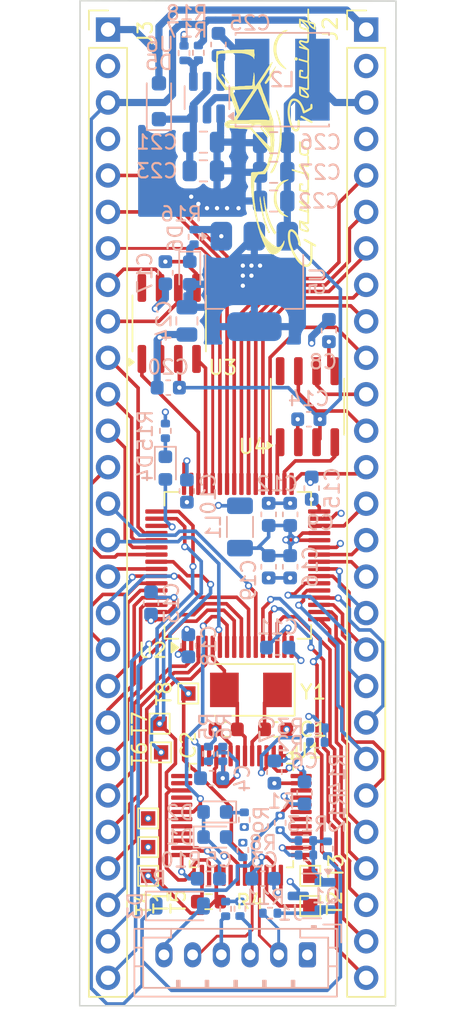
<source format=kicad_pcb>
(kicad_pcb (version 20240108) (generator "pcbnew") (generator_version "8.0")
  (layers (0 "F.Cu" signal) (1 "In1.Cu" signal) (2 "In2.Cu" signal) (31 "B.Cu" signal) (34 "B.Paste" user) (35 "F.Paste" user) (36 "B.SilkS" user "B.Silkscreen") (37 "F.SilkS" user "F.Silkscreen") (38 "B.Mask" user) (39 "F.Mask" user) (44 "Edge.Cuts" user))
  (net 0 "")
  (net 1 "GND")
  (net 2 "/Power/Vin_D")
  (net 3 "+5V")
  (net 4 "+3.3V")
  (net 5 "VDDA")
  (net 6 "/Power/LED3v3")
  (net 7 "LED")
  (net 8 "VBUS")
  (net 9 "HBEAT")
  (net 10 "+12V")
  (net 11 "D-")
  (net 12 "D+")
  (net 13 "PA2")
  (net 14 "PC0")
  (net 15 "PA3")
  (net 16 "PA0")
  (net 17 "PA1")
  (net 18 "PC2")
  (net 19 "PC15")
  (net 20 "PC13")
  (net 21 "PC3")
  (net 22 "PC14")
  (net 23 "PC1")
  (net 24 "PA4")
  (net 25 "SPI3_MOSI")
  (net 26 "PB9")
  (net 27 "CANH3")
  (net 28 "CANL3")
  (net 29 "PB5")
  (net 30 "PD2")
  (net 31 "I2C1_SDA")
  (net 32 "SPI3_SCK")
  (net 33 "SPI3_MISO")
  (net 34 "PB6")
  (net 35 "I2C1_SCL")
  (net 36 "PC4")
  (net 37 "PC5")
  (net 38 "PB0")
  (net 39 "PB11")
  (net 40 "PB2")
  (net 41 "PB1")
  (net 42 "SPI1_MISO")
  (net 43 "SPI1_SCK")
  (net 44 "PB10")
  (net 45 "SPI1_MOSI")
  (net 46 "CANH2")
  (net 47 "CANL2")
  (net 48 "PB14")
  (net 49 "PB15")
  (net 50 "PA10")
  (net 51 "I2C2_SCL")
  (net 52 "I2C3_SCL")
  (net 53 "I2C4_SCL")
  (net 54 "I2C3_SDA")
  (net 55 "I2C4_SDA")
  (net 56 "I2C2_SDA")
  (net 57 "Net-(Q1-B)")
  (net 58 "Net-(Q1-E)")
  (net 59 "B0")
  (net 60 "T_DIO")
  (net 61 "RENUM")
  (net 62 "DIO")
  (net 63 "CLK")
  (net 64 "CTXD2")
  (net 65 "T_CLK")
  (net 66 "CTXD3")
  (net 67 "CRXD3")
  (net 68 "CRXD2")
  (net 69 "T_RST")
  (net 71 "T_TX")
  (net 72 "T_RX")
  (net 73 "PF1")
  (net 74 "PB4")
  (net 75 "XTAL_S")
  (net 76 "Net-(J1-Pin_4)")
  (net 77 "Net-(J1-Pin_3)")
  (net 78 "Net-(U1-PD0)")
  (net 79 "Net-(U6-SW)")
  (net 80 "Net-(U6-VBST)")
  (net 81 "Net-(D1-A)")
  (net 82 "Net-(D2-K)")
  (net 83 "Net-(D4-K)")
  (net 84 "Net-(U1-PC13)")
  (net 85 "Net-(U1-PC14)")
  (net 86 "Net-(U1-PB12)")
  (net 87 "Net-(U1-PA0)")
  (net 88 "Net-(U6-VFB)")
  (net 102 "T_SWO")
  (footprint "TestPoint:TestPoint_Pad_1.0x1.0mm" (layer "F.Cu") (at 114.4 80.1)
    (property "Reference" "T6")
    (property "Value" "~")
  )
  (footprint "Connector_PinHeader_2.54mm:PinHeader_1x27_P2.54mm_Vertical" (layer "F.Cu") (at 128.7 29.76)
    (property "Reference" "J2")
    (property "Value" "Conn_01x27_Socket")
  )
  (footprint "Crystal:Crystal_SMD_5032-2Pin_5.0x3.2mm" (layer "F.Cu") (at 120.6625 75.75 180)
    (property "Reference" "Y1")
    (property "Value" "8MHz")
  )
  (footprint "Capacitor_SMD:C_0603_1608Metric" (layer "F.Cu") (at 122.3875 78.5)
    (property "Reference" "C1")
    (property "Value" "20pF")
  )
  (footprint "TestPoint:TestPoint_Pad_1.0x1.0mm" (layer "F.Cu") (at 116.3 76)
    (property "Reference" "T8")
    (property "Value" "~")
  )
  (footprint "TestPoint:TestPoint_Pad_1.0x1.0mm" (layer "F.Cu") (at 113.5 88.7)
    (property "Reference" "T4")
    (property "Value" "~")
  )
  (footprint "TestPoint:TestPoint_Pad_1.0x1.0mm" (layer "F.Cu") (at 113.5 86.7)
    (property "Reference" "T1")
    (property "Value" "~")
  )
  (footprint "Capacitor_SMD:C_0603_1608Metric" (layer "F.Cu") (at 118.9375 78.5 180)
    (property "Reference" "C2")
    (property "Value" "20pF")
  )
  (footprint "Connector_PinHeader_2.54mm:PinHeader_1x27_P2.54mm_Vertical" (layer "F.Cu") (at 110.7 29.76)
    (property "Reference" "J3")
    (property "Value" "Conn_01x27_Socket")
  )
  (footprint "Package_QFP:LQFP-48_7x7mm_P0.5mm" (layer "F.Cu") (at 120 84.5 -90)
    (property "Reference" "U1")
    (property "Value" "STM32F103C8Tx")
  )
  (footprint "Package_SO:SOIC-8_3.9x4.9mm_P1.27mm" (layer "F.Cu") (at 114.965 50.225 90)
    (property "Reference" "U3")
    (property "Value" "MCP2542FDxMF")
  )
  (footprint "TestPoint:TestPoint_Pad_1.0x1.0mm" (layer "F.Cu") (at 124.8 88.7)
    (property "Reference" "T3")
    (property "Value" "~")
  )
  (footprint "TestPoint:TestPoint_Pad_1.0x1.0mm" (layer "F.Cu") (at 114.3 78.1)
    (property "Reference" "T7")
    (property "Value" "~")
  )
  (footprint "LOGO" (layer "F.Cu") (at 121.7 37.3 90)
    (property "Reference" "G***" (hide yes))
    (property "Value" "LOGO" (hide yes))
  )
  (footprint "TestPoint:TestPoint_Pad_1.0x1.0mm" (layer "F.Cu") (at 124.8 90.8)
    (property "Reference" "T2")
    (property "Value" "~")
  )
  (footprint "Package_QFP:LQFP-64_10x10mm_P0.5mm" (layer "F.Cu") (at 119.75 67.075 90)
    (property "Reference" "U2")
    (property "Value" "STM32G474RBTx")
  )
  (footprint "Resistor_SMD:R_0603_1608Metric" (layer "F.Cu") (at 117.709999 90.5)
    (property "Reference" "R4")
    (property "Value" "100")
  )
  (footprint "Package_SO:SOIC-8_3.9x4.9mm_P1.27mm" (layer "F.Cu") (at 124.605 56.025 90)
    (property "Reference" "U4")
    (property "Value" "MCP2542FDxMF")
  )
  (footprint "TestPoint:TestPoint_Pad_1.0x1.0mm" (layer "F.Cu") (at 113.5 84.7)
    (property "Reference" "T5")
    (property "Value" "~")
  )
  (footprint "Resistor_SMD:R_0402_1005Metric" (layer "B.Cu") (at 120.1 86.9 90)
    (property "Reference" "R8")
    (property "Value" "220")
  )
  (footprint "Capacitor_SMD:C_0805_2012Metric" (layer "B.Cu") (at 122.25 37.6375 180)
    (property "Reference" "C26")
    (property "Value" "22uF")
  )
  (footprint "LED_SMD:LED_0603_1608Metric" (layer "B.Cu") (at 116.4 46.712499 -90)
    (property "Reference" "D6")
    (property "Value" "RED")
  )
  (footprint "Capacitor_SMD:C_0805_2012Metric" (layer "B.Cu") (at 116.2 50.049999 -90)
    (property "Reference" "C24")
    (property "Value" "22uF")
  )
  (footprint "Capacitor_SMD:C_0603_1608Metric" (layer "B.Cu") (at 117.925 81.9 180)
    (property "Reference" "C4")
    (property "Value" "100nF")
  )
  (footprint "Capacitor_SMD:C_0603_1608Metric" (layer "B.Cu") (at 114.9 54.7 180)
    (property "Reference" "C20")
    (property "Value" "100nF")
  )
  (footprint "Package_TO_SOT_SMD:SOT-223-3_TabPin2" (layer "B.Cu") (at 120.9 47.3 -90)
    (property "Reference" "U5")
    (property "Value" "AMS1117-3.3")
  )
  (footprint "Diode_SMD:D_SOD-323_HandSoldering" (layer "B.Cu") (at 114.25 34.749999 90)
    (property "Reference" "D5")
    (property "Value" "1N5819")
  )
  (footprint "Resistor_SMD:R_0402_1005Metric" (layer "B.Cu") (at 125.309999 78.4 180)
    (property "Reference" "R3")
    (property "Value" "DNP")
  )
  (footprint "Resistor_SMD:R_0402_1005Metric" (layer "B.Cu") (at 116.7 44.2 90)
    (property "Reference" "R16")
    (property "Value" "220")
  )
  (footprint "Capacitor_SMD:C_0603_1608Metric" (layer "B.Cu") (at 116.2 61.9 -90)
    (property "Reference" "C10")
    (property "Value" "100nF")
  )
  (footprint "LED_SMD:LED_0603_1608Metric" (layer "B.Cu") (at 118.15 86)
    (property "Reference" "D1")
    (property "Value" "BLUE")
  )
  (footprint "Capacitor_SMD:C_0805_2012Metric" (layer "B.Cu") (at 122.250001 41.7 180)
    (property "Reference" "C22")
    (property "Value" "10uF")
  )
  (footprint "Capacitor_SMD:C_0805_2012Metric" (layer "B.Cu") (at 122.25 39.7 180)
    (property "Reference" "C27")
    (property "Value" "22uF")
  )
  (footprint "Resistor_SMD:R_0402_1005Metric" (layer "B.Cu") (at 126 86.809999 -90)
    (property "Reference" "R12")
    (property "Value" "10k")
  )
  (footprint "Capacitor_SMD:C_0603_1608Metric" (layer "B.Cu") (at 123.4 63.525 90)
    (property "Reference" "C9")
    (property "Value" "10nF")
  )
  (footprint "Connector_JST:JST_PH_B6B-PH-K_1x06_P2.00mm_Vertical" (layer "B.Cu") (at 124.6 94.2 180)
    (property "Reference" "J1")
    (property "Value" "Conn_01x06_Socket")
  )
  (footprint "Package_TO_SOT_SMD:SOT-23-6" (layer "B.Cu") (at 117.6 34.5 90)
    (property "Reference" "U6")
    (property "Value" "TPS563200")
  )
  (footprint "Resistor_SMD:R_0402_1005Metric" (layer "B.Cu") (at 124.490001 86.25)
    (property "Reference" "R13")
    (property "Value" "39k")
  )
  (footprint "Resistor_SMD:R_0402_1005Metric" (layer "B.Cu") (at 125.290001 79.4 180)
    (property "Reference" "R2")
    (property "Value" "10k")
  )
  (footprint "Resistor_SMD:R_0402_1005Metric" (layer "B.Cu") (at 122 91.3)
    (property "Reference" "R11")
    (property "Value" "1K5")
  )
  (footprint "Diode_SMD:D_SOD-123" (layer "B.Cu") (at 115.7 90.8)
    (property "Reference" "D3")
    (property "Value" "B5819W")
  )
  (footprint "Resistor_SMD:R_0402_1005Metric" (layer "B.Cu") (at 124.5 87.25)
    (property "Reference" "R14")
    (property "Value" "100")
  )
  (footprint "Capacitor_SMD:C_0603_1608Metric" (layer "B.Cu") (at 121.9 67.175 -90)
    (property "Reference" "C19")
    (property "Value" "1uF")
  )
  (footprint "Resistor_SMD:R_0402_1005Metric" (layer "B.Cu") (at 118.7 80.209999 -90)
    (property "Reference" "R6")
    (property "Value" "4k7")
  )
  (footprint "Capacitor_SMD:C_0603_1608Metric" (layer "B.Cu") (at 124.4 82.925 -90)
    (property "Reference" "C6")
    (property "Value" "100nF")
  )
  (footprint "Capacitor_SMD:C_0603_1608Metric" (layer "B.Cu") (at 126.1 50.725 90)
    (property "Reference" "C8")
    (property "Value" "100nF")
  )
  (footprint "Capacitor_SMD:C_0603_1608Metric" (layer "B.Cu") (at 123.4 67.175 -90)
    (property "Reference" "C16")
    (property "Value" "100nF")
  )
  (footprint "Capacitor_SMD:C_0805_2012Metric" (layer "B.Cu") (at 117.35 37.6)
    (property "Reference" "C21")
    (property "Value" "10uF")
  )
  (footprint "Resistor_SMD:R_0402_1005Metric" (layer "B.Cu") (at 119.9 90.990001 90)
    (property "Reference" "R10")
    (property "Value" "5.1k")
  )
  (footprint "Capacitor_SMD:C_1206_3216Metric" (layer "B.Cu") (at 119.9 64.4 -90)
    (property "Reference" "L1")
    (property "Value" "4.7uH")
  )
  (footprint "Resistor_SMD:R_0402_1005Metric" (layer "B.Cu") (at 120.2 84.790001 90)
    (property "Reference" "R9")
    (property "Value" "220")
  )
  (footprint "Resistor_SMD:R_0402_1005Metric" (layer "B.Cu") (at 117.7 80.209999 -90)
    (property "Reference" "R5")
    (property "Value" "4k7")
  )
  (footprint "Package_TO_SOT_SMD:SOT-23" (layer "B.Cu") (at 124.9 90.1 180)
    (property "Reference" "Q1")
    (property "Value" "S9013")
  )
  (footprint "Capacitor_SMD:C_0805_2012Metric" (layer "B.Cu") (at 117.35 39.6)
    (property "Reference" "C23")
    (property "Value" "10uF")
  )
  (footprint "Resistor_SMD:R_0402_1005Metric" (layer "B.Cu") (at 114.7 57.71 -90)
    (property "Reference" "R15")
    (property "Value" "220")
  )
  (footprint "Capacitor_SMD:C_0603_1608Metric" (layer "B.Cu") (at 124.9 61.7 90)
    (property "Reference" "C15")
    (property "Value" "100nF")
  )
  (footprint "Capacitor_SMD:C_0603_1608Metric" (layer "B.Cu") (at 121.5 88.9 180)
    (property "Reference" "C3")
    (property "Value" "100nF")
  )
  (footprint "Capacitor_SMD:C_0603_1608Metric" (layer "B.Cu") (at 122.525 72.8 180)
    (property "Reference" "C11")
    (property "Value" "100nF")
  )
  (footprint "Resistor_SMD:R_0402_1005Metric" (layer "B.Cu") (at 118.9 91 90)
    (property "Reference" "R7")
    (property "Value" "5.1k")
  )
  (footprint "Capacitor_SMD:C_0603_1608Metric" (layer "B.Cu") (at 121.9 63.525 90)
    (property "Reference" "C12")
    (property "Value" "1uF")
  )
  (footprint "Capacitor_SMD:C_0603_1608Metric" (layer "B.Cu") (at 116.3 72.675 90)
    (property "Reference" "C18")
    (property "Value" "4.7uF")
  )
  (footprint "Capacitor_SMD:C_0603_1608Metric" (layer "B.Cu") (at 113.7 69.7 90)
    (property "Reference" "C13")
    (property "Value" "100nF")
  )
  (footprint "Resistor_SMD:R_0402_1005Metric" (layer "B.Cu") (at 122.7 85.009999 -90)
    (property "Reference" "R1")
    (property "Value" "100k")
  )
  (footprint "Capacitor_SMD:C_0603_1608Metric" (layer "B.Cu") (at 114.7 46.7 -90)
    (property "Reference" "C17")
    (property "Value" "100nF")
  )
  (footprint "Inductor_SMD:L_Cenker_CKCS6045" (layer "B.Cu") (at 122.85 33.25)
    (property "Reference" "L2")
    (property "Value" "4.7uH")
  )
  (footprint "Capacitor_SMD:C_0603_1608Metric" (layer "B.Cu") (at 124.7 56.9 180)
    (property "Reference" "C14")
    (property "Value" "100nF")
  )
  (footprint "LED_SMD:LED_0603_1608Metric" (layer "B.Cu") (at 114.7 60.3 -90)
    (property "Reference" "D4")
    (property "Value" "RED")
  )
  (footprint "Resistor_SMD:R_0402_1005Metric" (layer "B.Cu") (at 116 31.3975 90)
    (property "Reference" "R18")
    (property "Value" "10k")
  )
  (footprint "Resistor_SMD:R_0402_1005Metric" (layer "B.Cu") (at 117 31.377501 -90)
    (property "Reference" "R17")
    (property "Value" "56k2")
  )
  (footprint "Capacitor_SMD:C_0603_1608Metric" (layer "B.Cu") (at 117.7 88.9)
    (property "Reference" "C5")
    (property "Value" "100nF")
  )
  (footprint "Capacitor_SMD:C_0603_1608Metric" (layer "B.Cu") (at 122.3 81.475 -90)
    (property "Reference" "C7")
    (property "Value" "4.7uF")
  )
  (footprint "Capacitor_SMD:C_0603_1608Metric" (layer "B.Cu") (at 118.4 30.8 -90)
    (property "Reference" "C25")
    (property "Value" "100nF")
  )
  (footprint "LED_SMD:LED_0603_1608Metric" (layer "B.Cu") (at 118.15 84.25 180)
    (property "Reference" "D2")
    (property "Value" "RED")
  )
  (gr_line (start 130.75 97.75) (end 130.775 27.775) (stroke (width 0.1)) (layer "Edge.Cuts"))
  (gr_line (start 108.75 27.75) (end 108.725 97.75) (stroke (width 0.1)) (layer "Edge.Cuts"))
  (gr_line (start 130.775 27.775) (end 108.75 27.75) (stroke (width 0.1)) (layer "Edge.Cuts"))
  (gr_line (start 108.725 97.75) (end 130.75 97.75) (stroke (width 0.1)) (layer "Edge.Cuts"))
  (segment (start 114.3 52.67) (end 114.33 52.7) (width 0.25) (layer "F.Cu") (net 1))
  (segment (start 114.917764 70.325) (end 114.075 70.325) (width 0.25) (layer "F.Cu") (net 1))
  (segment (start 118.1625 78.5) (end 118.217765 78.5) (width 0.25) (layer "F.Cu") (net 1))
  (segment (start 121.792764 87.4) (end 122.25 87.857236) (width 0.25) (layer "F.Cu") (net 1))
  (segment (start 116.95 86.75) (end 115.8375 86.75) (width 0.25) (layer "F.Cu") (net 1))
  (segment (start 116.2 62.675) (end 116.2 62.542764) (width 0.25) (layer "F.Cu") (net 1))
  (segment (start 116.5 62.242764) (end 116.5 61.4) (width 0.25) (layer "F.Cu") (net 1))
  (segment (start 123 71.907236) (end 123 72.75) (width 0.25) (layer "F.Cu") (net 1))
  (segment (start 122.25 87.857236) (end 122.25 88.6625) (width 0.25) (layer "F.Cu") (net 1))
  (segment (start 126.9 65.55) (end 126.624999 65.825001) (width 0.25) (layer "F.Cu") (net 1))
  (segment (start 116.2 62.542764) (end 116.5 62.242764) (width 0.25) (layer "F.Cu") (net 1))
  (segment (start 118.217765 78.5) (end 119.25 79.532235) (width 0.25) (layer "F.Cu") (net 1))
  (segment (start 115.299999 69.317633) (end 115.299999 69.942765) (width 0.25) (layer "F.Cu") (net 1))
  (segment (start 119.25 79.532235) (end 119.25 80.3375) (width 0.25) (layer "F.Cu") (net 1))
  (segment (start 117.171365 86.971365) (end 116.95 86.75) (width 0.25) (layer "F.Cu") (net 1))
  (segment (start 126.624999 65.825001) (end 125.425 65.825001) (width 0.25) (layer "F.Cu") (net 1))
  (segment (start 115.299999 69.942765) (end 114.917764 70.325) (width 0.25) (layer "F.Cu") (net 1))
  (segment (start 124.1625 82.25) (end 122.3 82.25) (width 0.25) (layer "F.Cu") (net 1))
  (segment (start 123.925 58.455) (end 123.97 58.5) (width 0.25) (layer "F.Cu") (net 1))
  (segment (start 123.25 71.657236) (end 123 71.907236) (width 0.25) (layer "F.Cu") (net 1))
  (segment (start 121.4 87.4) (end 121.792764 87.4) (width 0.25) (layer "F.Cu") (net 1))
  (segment (start 117.628635 86.971365) (end 117.171365 86.971365) (width 0.25) (layer "F.Cu") (net 1))
  (segment (start 123.25 71.45) (end 123.25 71.657236) (width 0.25) (layer "F.Cu") (net 1))
  (segment (start 114.3 51.2) (end 114.3 52.67) (width 0.25) (layer "F.Cu") (net 1))
  (segment (start 126.267765 63.825) (end 125.425 63.825) (width 0.25) (layer "F.Cu") (net 1))
  (segment (start 126.95 63.45) (end 126.642765 63.45) (width 0.25) (layer "F.Cu") (net 1))
  (segment (start 126.642765 63.45) (end 126.267765 63.825) (width 0.25) (layer "F.Cu") (net 1))
  (segment (start 123.925 56.9) (end 123.925 58.455) (width 0.25) (layer "F.Cu") (net 1))
  (via (at 116.196772 71.538963) (size 0.5) (drill 0.3) (layers "F.Cu" "B.Cu") (net 1))
  (via (at 120.2 85.3) (size 0.5) (drill 0.3) (layers "F.Cu" "B.Cu") (net 1))
  (via (at 118.3 42.2) (size 0.5) (drill 0.3) (layers "F.Cu" "B.Cu") (net 1))
  (via (at 119.9 90.480002) (size 0.5) (drill 0.3) (layers "F.Cu" "B.Cu") (net 1))
  (via (at 121.9 62.75) (size 0.5) (drill 0.3) (layers "F.Cu" "B.Cu") (net 1))
  (via (at 116.754235 79.360089) (size 0.5) (drill 0.3) (layers "F.Cu" "B.Cu") (net 1))
  (via (at 115.299999 69.317633) (size 0.5) (drill 0.3) (layers "F.Cu" "B.Cu") (net 1))
  (via (at 122.3 82.25) (size 0.5) (drill 0.3) (layers "F.Cu" "B.Cu") (net 1))
  (via (at 124.9 51.6) (size 0.5) (drill 0.3) (layers "F.Cu" "B.Cu") (net 1))
  (via (at 114.7 56.4) (size 0.5) (drill 0.3) (layers "F.Cu" "B.Cu") (net 1))
  (via (at 124.7 77.6) (size 0.5) (drill 0.3) (layers "F.Cu" "B.Cu") (net 1))
  (via (at 121.9 67.95) (size 0.5) (drill 0.3) (layers "F.Cu" "B.Cu") (net 1))
  (via (at 114.3 51.2) (size 0.5) (drill 0.3) (layers "F.Cu" "B.Cu") (net 1))
  (via (at 122.7 85.519998) (size 0.5) (drill 0.3) (layers "F.Cu" "B.Cu") (net 1))
  (via (at 117 41.9) (size 0.5) (drill 0.3) (layers "F.Cu" "B.Cu") (net 1))
  (via (at 123.4 62.75) (size 0.5) (drill 0.3) (layers "F.Cu" "B.Cu") (net 1))
  (via (at 117.6 42.2) (size 0.5) (drill 0.3) (layers "F.Cu" "B.Cu") (net 1))
  (via (at 122.975 83.15) (size 0.5) (drill 0.3) (layers "F.Cu" "B.Cu") (net 1))
  (via (at 121.4 87.4) (size 0.5) (drill 0.3) (layers "F.Cu" "B.Cu") (net 1))
  (via (at 116.2 62.675) (size 0.5) (drill 0.3) (layers "F.Cu" "B.Cu") (net 1))
  (via (at 114 49.2) (size 0.5) (drill 0.3) (layers "F.Cu" "B.Cu") (net 1))
  (via (at 118.6 44.15) (size 0.5) (drill 0.3) (layers "F.Cu" "B.Cu") (net 1))
  (via (at 124.8 61.3) (size 0.5) (drill 0.3) (layers "F.Cu" "B.Cu") (net 1))
  (via (at 123.1625 78.5) (size 0.5) (drill 0.3) (layers "F.Cu" "B.Cu") (net 1))
  (via (at 113.5 84.7) (size 0.5) (drill 0.3) (layers "F.Cu" "B.Cu") (net 1))
  (via (at 119 42.2) (size 0.5) (drill 0.3) (layers "F.Cu" "B.Cu") (net 1))
  (via (at 116.5 41.4) (size 0.5) (drill 0.3) (layers "F.Cu" "B.Cu") (net 1))
  (via (at 117.628635 86.971365) (size 0.5) (drill 0.3) (layers "F.Cu" "B.Cu") (net 1))
  (via (at 116 30.1) (size 0.5) (drill 0.3) (layers "F.Cu" "B.Cu") (net 1))
  (via (at 123.25 71.45) (size 0.5) (drill 0.3) (layers "F.Cu" "B.Cu") (net 1))
  (via (at 119.8 42.2) (size 0.5) (drill 0.3) (layers "F.Cu" "B.Cu") (net 1))
  (via (at 123.4 67.95) (size 0.5) (drill 0.3) (layers "F.Cu" "B.Cu") (net 1))
  (via (at 126.9 65.55) (size 0.5) (drill 0.3) (layers "F.Cu" "B.Cu") (net 1))
  (via (at 123.925 56.9) (size 0.5) (drill 0.3) (layers "F.Cu" "B.Cu") (net 1))
  (via (at 118.1625 78.5) (size 0.5) (drill 0.3) (layers "F.Cu" "B.Cu") (net 1))
  (via (at 126.95 63.45) (size 0.5) (drill 0.3) (layers "F.Cu" "B.Cu") (net 1))
  (segment (start 125.8 78.419998) (end 125.819998 78.4) (width 0.25) (layer "B.Cu") (net 1))
  (segment (start 123.430002 86.25) (end 123.980002 86.25) (width 0.25) (layer "B.Cu") (net 1))
  (segment (start 117.055 81.705) (end 117.25 81.9) (width 0.25) (layer "B.Cu") (net 1))
  (segment (start 121.4 87.4) (end 121.4 87.879552) (width 0.25) (layer "B.Cu") (net 1))
  (segment (start 125.8 79.4) (end 125.8 78.419998) (width 0.25) (layer "B.Cu") (net 1))
  (segment (start 115.299999 69.317633) (end 114.092633 69.317633) (width 0.25) (layer "B.Cu") (net 1))
  (segment (start 117.055 79.660854) (end 117.055 81.705) (width 0.25) (layer "B.Cu") (net 1))
  (segment (start 118.909999 90.480002) (end 118.9 90.490001) (width 0.25) (layer "B.Cu") (net 1))
  (segment (start 123.525 83.7) (end 124.4 83.7) (width 0.25) (layer "B.Cu") (net 1))
  (segment (start 118.1625 78.5) (end 118.1625 79.2375) (width 0.25) (layer "B.Cu") (net 1))
  (segment (start 114.125 51.375) (end 114.125 54.7) (width 0.5) (layer "B.Cu") (net 1))
  (segment (start 123.4 67.95) (end 121.9 67.95) (width 0.25) (layer "B.Cu") (net 1))
  (segment (start 114.092633 69.317633) (end 113.7 68.925) (width 0.25) (layer "B.Cu") (net 1))
  (segment (start 124.9 51.15) (end 126.1 49.95) (width 0.5) (layer "B.Cu") (net 1))
  (segment (start 123.4 62.75) (end 121.9 62.75) (width 0.25) (layer "B.Cu") (net 1))
  (segment (start 121.4 87.879552) (end 120.725 88.554552) (width 0.25) (layer "B.Cu") (net 1))
  (segment (start 114.7 48.5) (end 114.7 47.475) (width 0.5) (layer "B.Cu") (net 1))
  (segment (start 114.500002 50.999998) (end 114.3 51.2) (width 0.5) (layer "B.Cu") (net 1))
  (segment (start 116.196772 71.538963) (end 116.3 71.642191) (width 0.25) (layer "B.Cu") (net 1))
  (segment (start 116.2 50.999998) (end 114.500002 50.999998) (width 0.5) (layer "B.Cu") (net 1))
  (segment (start 118.55 35.6375) (end 118.55 36.9875) (width 0.5) (layer "B.Cu") (net 1))
  (segment (start 119.9 90.480002) (end 118.909999 90.480002) (width 0.25) (layer "B.Cu") (net 1))
  (segment (start 122.7 85.519998) (end 123.430002 86.25) (width 0.25) (layer "B.Cu") (net 1))
  (segment (start 123.1 71.45) (end 121.75 72.8) (width 0.25) (layer "B.Cu") (net 1))
  (segment (start 125.019998 77.6) (end 125.819998 78.4) (width 0.25) (layer "B.Cu") (net 1))
  (segment (start 114.3 51.2) (end 114.125 51.375) (width 0.5) (layer "B.Cu") (net 1))
  (segment (start 116.3 71.642191) (end 116.3 71.9) (width 0.25) (layer "B.Cu") (net 1))
  (segment (start 116 30.1) (end 116 30.8875) (width 0.5) (layer "B.Cu") (net 1))
  (segment (start 118.1625 79.2375) (end 117.7 79.7) (width 0.25) (layer "B.Cu") (net 1))
  (segment (start 118.475 87.81773) (end 118.475 88.9) (width 0.25) (layer "B.Cu") (net 1))
  (segment (start 123.25 71.45) (end 123.1 71.45) (width 0.25) (layer "B.Cu") (net 1))
  (segment (start 122.975 83.15) (end 123.525 83.7) (width 0.25) (layer "B.Cu") (net 1))
  (segment (start 116.754235 79.360089) (end 117.055 79.660854) (width 0.25) (layer "B.Cu") (net 1))
  (segment (start 114.7 57.2) (end 114.7 56.4) (width 0.25) (layer "B.Cu") (net 1))
  (segment (start 118.140001 43.690001) (end 116.7 43.690001) (width 0.5) (layer "B.Cu") (net 1))
  (segment (start 118.55 36.9875) (end 118.15 37.3875) (width 0.5) (layer "B.Cu") (net 1))
  (segment (start 117.628635 86.971365) (end 118.475 87.81773) (width 0.25) (layer "B.Cu") (net 1))
  (segment (start 124.9 51.6) (end 124.9 51.15) (width 0.5) (layer "B.Cu") (net 1))
  (segment (start 124.7 77.6) (end 125.019998 77.6) (width 0.25) (layer "B.Cu") (net 1))
  (segment (start 118.6 44.15) (end 118.140001 43.690001) (width 0.5) (layer "B.Cu") (net 1))
  (segment (start 120.725 88.554552) (end 120.725 88.9) (width 0.25) (layer "B.Cu") (net 1))
  (segment (start 114 49.2) (end 114.7 48.5) (width 0.5) (layer "B.Cu") (net 1))
  (segment (start 116.65 35.6375) (end 116.65 34.974999) (width 0.5) (layer "B.Cu") (net 2))
  (segment (start 116.65 34.974999) (end 117.6 34.024999) (width 0.5) (layer "B.Cu") (net 2))
  (segment (start 116.287502 35.999998) (end 116.65 35.6375) (width 0.5) (layer "B.Cu") (net 2))
  (segment (start 116.65 37.35) (end 116.4 37.6) (width 0.5) (layer "B.Cu") (net 2))
  (segment (start 116.4 37.6) (end 116.4 39.6) (width 0.5) (layer "B.Cu") (net 2))
  (segment (start 116.65 35.6375) (end 116.65 37.35) (width 0.5) (layer "B.Cu") (net 2))
  (segment (start 114.25 35.999998) (end 116.287502 35.999998) (width 0.5) (layer "B.Cu") (net 2))
  (segment (start 117.6 34.024999) (end 117.6 33.3625) (width 0.5) (layer "B.Cu") (net 2))
  (segment (start 125.475 56.9) (end 125.475 58.265) (width 0.25) (layer "F.Cu") (net 3))
  (segment (start 115.675 52.775) (end 115.6 52.7) (width 0.25) (layer "F.Cu") (net 3))
  (segment (start 125.475 58.265) (end 125.24 58.5) (width 0.25) (layer "F.Cu") (net 3))
  (segment (start 115.675 54.7) (end 115.675 52.775) (width 0.25) (layer "F.Cu") (net 3))
  (via (at 125.475 56.9) (size 0.5) (drill 0.3) (layers "F.Cu" "B.Cu") (net 3))
  (via (at 115.675 54.7) (size 0.5) (drill 0.3) (layers "F.Cu" "B.Cu") (net 3))
  (segment (start 110.625 97.625) (end 111.775 97.625) (width 0.25) (layer "B.Cu") (net 3))
  (segment (start 123.2 35) (end 124.95 33.25) (width 0.5) (layer "B.Cu") (net 3))
  (segment (start 123.2 39.7) (end 123.2 37.6375) (width 0.5) (layer "B.Cu") (net 3))
  (segment (start 126.9 55.475) (end 125.475 56.9) (width 0.25) (layer "B.Cu") (net 3))
  (segment (start 123.2 44.15) (end 126.9 47.85) (width 0.25) (layer "B.Cu") (net 3))
  (segment (start 117.359457 30.508045) (end 117 30.867502) (width 0.5) (layer "B.Cu") (net 3))
  (segment (start 126.9 88.4) (end 126 87.5) (width 0.25) (layer "B.Cu") (net 3))
  (segment (start 113.075 91.775) (end 113.075 94.625) (width 0.25) (layer "B.Cu") (net 3))
  (segment (start 113.075 96.325) (end 113.075 94.625) (width 0.25) (layer "B.Cu") (net 3))
  (segment (start 114.660001 34.839999) (end 110.7 34.839999) (width 0.5) (layer "B.Cu") (net 3))
  (segment (start 117.359457 29.400322) (end 115.709728 29.400322) (width 0.5) (layer "B.Cu") (net 3))
  (segment (start 109.525 36.014999) (end 109.525 96.525) (width 0.25) (layer "B.Cu") (net 3))
  (segment (start 118.2 29.1) (end 117.659779 29.1) (width 0.5) (layer "B.Cu") (net 3))
  (segment (start 111.775 97.625) (end 113.075 96.325) (width 0.25) (layer "B.Cu") (net 3))
  (segment (start 113.075 94.625) (end 115.125 96.675) (width 0.25) (layer "B.Cu") (net 3))
  (segment (start 115.2 29.91005) (end 115.2 34.3) (width 0.5) (layer "B.Cu") (net 3))
  (segment (start 125.475 56.9) (end 123.275 54.7) (width 0.25) (layer "B.Cu") (net 3))
  (segment (start 110.7 34.839999) (end 109.525 36.014999) (width 0.25) (layer "B.Cu") (net 3))
  (segment (start 115.2 34.3) (end 114.660001 34.839999) (width 0.5) (layer "B.Cu") (net 3))
  (segment (start 123.2 37.6375) (end 123.2 35) (width 0.5) (layer "B.Cu") (net 3))
  (segment (start 117.659779 29.1) (end 117.359457 29.400322) (width 0.5) (layer "B.Cu") (net 3))
  (segment (start 124.4 29.1) (end 118.2 29.1) (width 0.5) (layer "B.Cu") (net 3))
  (segment (start 126.539999 34.839999) (end 124.95 33.25) (width 0.5) (layer "B.Cu") (net 3))
  (segment (start 115.709728 29.400322) (end 115.2 29.91005) (width 0.5) (layer "B.Cu") (net 3))
  (segment (start 124.95 33.25) (end 124.95 29.65) (width 0.5) (layer "B.Cu") (net 3))
  (segment (start 123.275 54.7) (end 115.675 54.7) (width 0.25) (layer "B.Cu") (net 3))
  (segment (start 124.95 29.65) (end 124.4 29.1) (width 0.5) (layer "B.Cu") (net 3))
  (segment (start 115.125 96.675) (end 125.9733 96.675) (width 0.25) (layer "B.Cu") (net 3))
  (segment (start 123.2 44.15) (end 123.2 37.6375) (width 0.5) (layer "B.Cu") (net 3))
  (segment (start 128.7 34.839999) (end 126.539999 34.839999) (width 0.5) (layer "B.Cu") (net 3))
  (segment (start 126 87.5) (end 126 87.319998) (width 0.25) (layer "B.Cu") (net 3))
  (segment (start 126.9 47.85) (end 126.9 55.475) (width 0.25) (layer "B.Cu") (net 3))
  (segment (start 117.359457 29.400322) (end 117.359457 30.508045) (width 0.5) (layer "B.Cu") (net 3))
  (segment (start 109.525 96.525) (end 110.625 97.625) (width 0.25) (layer "B.Cu") (net 3))
  (segment (start 114.05 90.8) (end 113.075 91.775) (width 0.25) (layer "B.Cu") (net 3))
  (segment (start 125.9733 96.675) (end 126.9 95.7483) (width 0.25) (layer "B.Cu") (net 3))
  (segment (start 126.9 95.7483) (end 126.9 88.4) (width 0.25) (layer "B.Cu") (net 3))
  (segment (start 115.8375 88.412194) (end 115.8375 87.25) (width 0.25) (layer "F.Cu") (net 4))
  (segment (start 125.425 63) (end 125.425 63.325001) (width 0.25) (layer "F.Cu") (net 4))
  (segment (start 126.1 51.5) (end 126.1 53.14) (width 0.25) (layer "F.Cu") (net 4))
  (segment (start 116.000001 59.999999) (end 116.000001 61.4) (width 0.25) (layer "F.Cu") (net 4))
  (segment (start 122.55 89.85) (end 122.75 89.65) (width 0.25) (layer "F.Cu") (net 4))
  (segment (start 116.019999 45.925) (end 116.87 46.775001) (width 0.25) (layer "F.Cu") (net 4))
  (segment (start 115.6 73.150001) (end 116.000001 72.75) (width 0.25) (layer "F.Cu") (net 4))
  (segment (start 113.69588 70.925) (end 113.974999 70.925) (width 0.25) (layer "F.Cu") (net 4))
  (segment (start 123.333592 80.364889) (end 123.306203 80.3375) (width 0.25) (layer "F.Cu") (net 4))
  (segment (start 123.499999 73.049999) (end 123.499999 72.75) (width 0.25) (layer "F.Cu") (net 4))
  (segment (start 124.9 62.475) (end 125.425 63) (width 0.25) (layer "F.Cu") (net 4))
  (segment (start 116.87 46.775001) (end 116.87 47.75) (width 0.25) (layer "F.Cu") (net 4))
  (segment (start 115.837653 88.412347) (end 115.8375 88.412194) (width 0.25) (layer "F.Cu") (net 4))
  (segment (start 124.15 73.7) (end 123.499999 73.049999) (width 0.25) (layer "F.Cu") (net 4))
  (segment (start 122.75 89.65) (end 122.75 88.6625) (width 0.25) (layer "F.Cu") (net 4))
  (segment (start 114.7 45.925) (end 116.019999 45.925) (width 0.25) (layer "F.Cu") (net 4))
  (segment (start 113.974999 70.925) (end 114.075 70.824999) (width 0.25) (layer "F.Cu") (net 4))
  (segment (start 116.2 59.8) (end 116.000001 59.999999) (width 0.25) (layer "F.Cu") (net 4))
  (segment (start 124.1625 81.226273) (end 124.1625 81.75) (width 0.25) (layer "F.Cu") (net 4))
  (segment (start 115.6 73.275) (end 115.6 73.150001) (width 0.25) (layer "F.Cu") (net 4))
  (segment (start 123.306203 80.3375) (end 122.75 80.3375) (width 0.25) (layer "F.Cu") (net 4))
  (segment (start 118.750001 81.849999) (end 118.750001 80.3375) (width 0.25) (layer "F.Cu") (net 4))
  (segment (start 126.1 53.14) (end 126.51 53.55) (width 0.25) (layer "F.Cu") (net 4))
  (segment (start 118.7 81.9) (end 118.750001 81.849999) (width 0.25) (layer "F.Cu") (net 4))
  (segment (start 124.130527 81.1943) (end 124.1625 81.226273) (width 0.25) (layer "F.Cu") (net 4))
  (via (at 113.5 86.7) (size 0.5) (drill 0.3) (layers "F.Cu" "B.Cu") (net 4))
  (via (at 126.1 51.5) (size 0.5) (drill 0.3) (layers "F.Cu" "B.Cu") (net 4))
  (via (at 120.7 46.2) (size 0.5) (drill 0.3) (layers "F.Cu" "B.Cu") (net 4))
  (via (at 113.69588 70.925) (size 0.5) (drill 0.3) (layers "F.Cu" "B.Cu") (net 4))
  (via (at 114.7 45.925) (size 0.5) (drill 0.3) (layers "F.Cu" "B.Cu") (net 4))
  (via (at 124.15 73.7) (size 0.5) (drill 0.3) (layers "F.Cu" "B.Cu") (net 4))
  (via (at 121.3 46.2) (size 0.5) (drill 0.3) (layers "F.Cu" "B.Cu") (net 4))
  (via (at 120.1 46.9) (size 0.5) (drill 0.3) (layers "F.Cu" "B.Cu") (net 4))
  (via (at 124.130527 81.1943) (size 0.5) (drill 0.3) (layers "F.Cu" "B.Cu") (net 4))
  (via (at 120.1 46.2) (size 0.5) (drill 0.3) (layers "F.Cu" "B.Cu") (net 4))
  (via (at 115.6 73.275) (size 0.5) (drill 0.3) (layers "F.Cu" "B.Cu") (net 4))
  (via (at 124.9 62.475) (size 0.5) (drill 0.3) (layers "F.Cu" "B.Cu") (net 4))
  (via (at 120.7 46.9) (size 0.5) (drill 0.3) (layers "F.Cu" "B.Cu") (net 4))
  (via (at 123.4 89.1) (size 0.5) (drill 0.3) (layers "F.Cu" "B.Cu") (net 4))
  (via (at 118.7 81.9) (size 0.5) (drill 0.3) (layers "F.Cu" "B.Cu") (net 4))
  (via (at 123.333592 80.364889) (size 0.5) (drill 0.3) (layers "F.Cu" "B.Cu") (net 4))
  (via (at 115.837653 88.412347) (size 0.5) (drill 0.3) (layers "F.Cu" "B.Cu") (net 4))
  (via (at 118.4 62.9) (size 0.5) (drill 0.3) (layers "F.Cu" "B.Cu") (net 4))
  (via (at 116.2 59.8) (size 0.5) (drill 0.3) (layers "F.Cu" "B.Cu") (net 4))
  (via (at 120.1 47.6) (size 0.5) (drill 0.3) (layers "F.Cu" "B.Cu") (net 4))
  (via (at 122.55 89.85) (size 0.5) (drill 0.3) (layers "F.Cu" "B.Cu") (net 4))
  (via (at 120.102654 86.387347) (size 0.5) (drill 0.3) (layers "F.Cu" "B.Cu") (net 4))
  (segment (start 120.9 44.150001) (end 120.9 46) (width 0.5) (layer "B.Cu") (net 4))
  (segment (start 123.333592 80.364889) (end 122.998481 80.7) (width 0.25) (layer "B.Cu") (net 4))
  (segment (start 119.9 62.925) (end 118.425 62.925) (width 0.25) (layer "B.Cu") (net 4))
  (segment (start 116.4 48.9) (end 116.2 49.1) (width 0.5) (layer "B.Cu") (net 4))
  (segment (start 120.102654 86.387347) (end 120.1 86.390001) (width 0.25) (layer "B.Cu") (net 4))
  (segment (start 113.69588 70.925) (end 113.7 70.92088) (width 0.25) (layer "B.Cu") (net 4))
  (segment (start 116.4 47.5) (end 116.4 48.9) (width 0.5) (layer "B.Cu") (net 4))
  (segment (start 116.2 61.125) (end 116.2 59.8) (width 0.25) (layer "B.Cu") (net 4))
  (segment (start 122.55 89.85) (end 122.275 89.575) (width 0.25) (layer "B.Cu") (net 4))
  (segment (start 124.15 73.65) (end 123.3 72.8) (width 0.25) (layer "B.Cu") (net 4))
  (segment (start 120.9 44.150001) (end 117.550001 47.5) (width 0.5) (layer "B.Cu") (net 4))
  (segment (start 122.998481 80.7) (end 122.3 80.7) (width 0.25) (layer "B.Cu") (net 4))
  (segment (start 115.837653 88.412347) (end 116.325306 88.9) (width 0.25) (layer "B.Cu") (net 4))
  (segment (start 123.962499 90.1) (end 123.962499 89.662499) (width 0.25) (layer "B.Cu") (net 4))
  (segment (start 116.325306 88.9) (end 116.925 88.9) (width 0.25) (layer "B.Cu") (net 4))
  (segment (start 120.9 46) (end 120.7 46.2) (width 0.5) (layer "B.Cu") (net 4))
  (segment (start 113.7 70.92088) (end 113.7 70.475) (width 0.25) (layer "B.Cu") (net 4))
  (segment (start 118.7 81.9) (end 118.7 80.719998) (width 0.25) (layer "B.Cu") (net 4))
  (segment (start 116.125 73.275) (end 116.3 73.45) (width 0.25) (layer "B.Cu") (net 4))
  (segment (start 123.962499 89.662499) (end 123.4 89.1) (width 0.25) (layer "B.Cu") (net 4))
  (segment (start 117.550001 47.5) (end 116.4 47.5) (width 0.5) (layer "B.Cu") (net 4))
  (segment (start 124.130527 81.1943) (end 124.4 81.463773) (width 0.25) (layer "B.Cu") (net 4))
  (segment (start 124.15 73.7) (end 124.15 73.65) (width 0.25) (layer "B.Cu") (net 4))
  (segment (start 115.6 73.275) (end 116.125 73.275) (width 0.25) (layer "B.Cu") (net 4))
  (segment (start 122.275 89.575) (end 122.275 88.9) (width 0.25) (layer "B.Cu") (net 4))
  (segment (start 124.4 81.463773) (end 124.4 82.15) (width 0.25) (layer "B.Cu") (net 4))
  (segment (start 118.425 62.925) (end 118.4 62.9) (width 0.25) (layer "B.Cu") (net 4))
  (segment (start 123.8 65.3) (end 123.825 65.325) (width 0.25) (layer "F.Cu") (net 5))
  (segment (start 123.1 65.3) (end 123.8 65.3) (width 0.25) (layer "F.Cu") (net 5))
  (segment (start 123.825 65.325) (end 125.425 65.325) (width 0.25) (layer "F.Cu") (net 5))
  (segment (start 123.8 65.3) (end 124.275 64.825) (width 0.25) (layer "F.Cu") (net 5))
  (segment (start 124.275 64.825) (end 125.425 64.825) (width 0.25) (layer "F.Cu") (net 5))
  (via (at 123.8 65.3) (size 0.5) (drill 0.3) (layers "F.Cu" "B.Cu") (net 5))
  (via (at 123.1 65.3) (size 0.5) (drill 0.3) (layers "F.Cu" "B.Cu") (net 5))
  (segment (start 121.9 65.1) (end 121.9 64.3) (width 0.25) (layer "B.Cu") (net 5))
  (segment (start 123.4 65) (end 123.4 64.3) (width 0.25) (layer "B.Cu") (net 5))
  (segment (start 121.125 65.875) (end 121.9 65.1) (width 0.25) (layer "B.Cu") (net 5))
  (segment (start 123.8 65.3) (end 123.4 65.7) (width 0.25) (layer "B.Cu") (net 5))
  (segment (start 123.4 64.9) (end 123.4 64.3) (width 0.25) (layer "B.Cu") (net 5))
  (segment (start 119.9 65.875) (end 121.125 65.875) (width 0.25) (layer "B.Cu") (net 5))
  (segment (start 121.9 66.4) (end 123.4 66.4) (width 0.25) (layer "B.Cu") (net 5))
  (segment (start 121.375 65.875) (end 121.9 66.4) (width 0.25) (layer "B.Cu") (net 5))
  (segment (start 123.1 65.3) (end 123.4 65) (width 0.25) (layer "B.Cu") (net 5))
  (segment (start 123.4 65.7) (end 123.4 66.4) (width 0.25) (layer "B.Cu") (net 5))
  (segment (start 123.1 65.3) (end 123.4 65.6) (width 0.25) (layer "B.Cu") (net 5))
  (segment (start 123.8 65.3) (end 123.4 64.9) (width 0.25) (layer "B.Cu") (net 5))
  (segment (start 119.9 65.875) (end 121.375 65.875) (width 0.25) (layer "B.Cu") (net 5))
  (segment (start 121.9 64.3) (end 123.4 64.3) (width 0.25) (layer "B.Cu") (net 5))
  (segment (start 123.4 65.6) (end 123.4 66.4) (width 0.25) (layer "B.Cu") (net 5))
  (segment (start 116.4 45.924998) (end 116.4 45.009999) (width 0.5) (layer "B.Cu") (net 6))
  (segment (start 116.4 45.009999) (end 116.7 44.709999) (width 0.5) (layer "B.Cu") (net 6))
  (segment (start 118.795444 87.325) (end 119.217764 87.325) (width 0.25) (layer "F.Cu") (net 7))
  (segment (start 119.75 87.857236) (end 119.75 88.6625) (width 0.25) (layer "F.Cu") (net 7))
  (segment (start 119.217764 87.325) (end 119.75 87.857236) (width 0.25) (layer "F.Cu") (net 7))
  (via (at 118.795444 87.325) (size 0.5) (drill 0.3) (layers "F.Cu" "B.Cu") (net 7))
  (segment (start 117.362499 86) (end 117.470444 86) (width 0.25) (layer "B.Cu") (net 7))
  (segment (start 117.470444 86) (end 118.795444 87.325) (width 0.25) (layer "B.Cu") (net 7))
  (segment (start 117.362499 86) (end 117.362499 84.25) (width 0.25) (layer "B.Cu") (net 7))
  (segment (start 114.6 94.2) (end 114.6 93.55) (width 0.25) (layer "B.Cu") (net 8))
  (segment (start 114.6 93.55) (end 117.35 90.8) (width 0.25) (layer "B.Cu") (net 8))
  (segment (start 115.093079 64.325) (end 114.075 64.325) (width 0.25) (layer "F.Cu") (net 9))
  (segment (start 115.168079 64.4) (end 115.093079 64.325) (width 0.25) (layer "F.Cu") (net 9))
  (via (at 115.168079 64.4) (size 0.5) (drill 0.3) (layers "F.Cu" "B.Cu") (net 9))
  (segment (start 115.168079 64.4) (end 114.7 63.931921) (width 0.25) (layer "B.Cu") (net 9))
  (segment (start 114.7 63.931921) (end 114.7 61.0875) (width 0.25) (layer "B.Cu") (net 9))
  (segment (start 127.34 28.4) (end 115.4 28.4) (width 0.5) (layer "B.Cu") (net 10))
  (segment (start 114.25 29.55) (end 114.25 33.5) (width 0.5) (layer "B.Cu") (net 10))
  (segment (start 128.7 29.76) (end 127.34 28.4) (width 0.5) (layer "B.Cu") (net 10))
  (segment (start 110.7 29.76) (end 112.51 29.76) (width 0.5) (layer "B.Cu") (net 10))
  (segment (start 112.51 29.76) (end 114.25 31.5) (width 0.5) (layer "B.Cu") (net 10))
  (segment (start 114.25 31.5) (end 114.25 33.5) (width 0.5) (layer "B.Cu") (net 10))
  (segment (start 115.4 28.4) (end 114.25 29.55) (width 0.5) (layer "B.Cu") (net 10))
  (segment (start 116.6 94.2) (end 117 94.2) (width 0.2) (layer "F.Cu") (net 11))
  (segment (start 120.75 92.45) (end 120.75 88.6625) (width 0.2) (layer "F.Cu") (net 11))
  (segment (start 120.3 92.9) (end 120.75 92.45) (width 0.2) (layer "F.Cu") (net 11))
  (segment (start 118.3 92.9) (end 120.3 92.9) (width 0.2) (layer "F.Cu") (net 11))
  (segment (start 117 94.2) (end 118.3 92.9) (width 0.2) (layer "F.Cu") (net 11))
  (segment (start 122.599999 94.2) (end 121.249999 92.85) (width 0.2) (layer "F.Cu") (net 12))
  (segment (start 121.249999 92.85) (end 121.249999 88.6625) (width 0.2) (layer "F.Cu") (net 12))
  (segment (start 122.599999 92.409998) (end 121.490001 91.3) (width 0.2) (layer "B.Cu") (net 12))
  (segment (start 122.599999 94.2) (end 122.599999 92.409998) (width 0.2) (layer "B.Cu") (net 12))
  (segment (start 122.5 71.1) (end 122.939308 70.660692) (width 0.25) (layer "F.Cu") (net 13))
  (segment (start 127.525 89.544999) (end 128.7 90.719999) (width 0.25) (layer "F.Cu") (net 13))
  (segment (start 126.5 84.712792) (end 127.05 85.262792) (width 0.25) (layer "F.Cu") (net 13))
  (segment (start 127.05 87.166396) (end 127.550952 87.667348) (width 0.25) (layer "F.Cu") (net 13))
  (segment (start 126.175 79.584188) (end 126.5 79.909188) (width 0.25) (layer "F.Cu") (net 13))
  (segment (start 127.550952 87.667348) (end 127.525 87.693299) (width 0.25) (layer "F.Cu") (net 13))
  (segment (start 126.5 79.909188) (end 126.5 84.712792) (width 0.25) (layer "F.Cu") (net 13))
  (segment (start 127.525 87.693299) (end 127.525 89.544999) (width 0.25) (layer "F.Cu") (net 13))
  (segment (start 127.05 85.262792) (end 127.05 87.166396) (width 0.25) (layer "F.Cu") (net 13))
  (segment (start 123.875108 70.660692) (end 126.175 72.960584) (width 0.25) (layer "F.Cu") (net 13))
  (segment (start 126.175 72.960584) (end 126.175 79.584188) (width 0.25) (layer "F.Cu") (net 13))
  (segment (start 122.5 72.75) (end 122.5 71.1) (width 0.25) (layer "F.Cu") (net 13))
  (segment (start 122.939308 70.660692) (end 123.875108 70.660692) (width 0.25) (layer "F.Cu") (net 13))
  (segment (start 115.958599 70.963963) (end 116.866551 70.963963) (width 0.25) (layer "F.Cu") (net 14))
  (segment (start 116.866551 70.963963) (end 117.630729 70.199785) (width 0.25) (layer "F.Cu") (net 14))
  (segment (start 113.549999 73.372563) (end 115.958599 70.963963) (width 0.25) (layer "F.Cu") (net 14))
  (segment (start 117.630729 70.199785) (end 118.776562 70.199785) (width 0.25) (layer "F.Cu") (net 14))
  (segment (start 118.776562 70.199785) (end 119.5 70.923223) (width 0.25) (layer "F.Cu") (net 14))
  (segment (start 119.5 70.923223) (end 119.5 72.75) (width 0.25) (layer "F.Cu") (net 14))
  (via (at 113.549999 73.372563) (size 0.5) (drill 0.3) (layers "F.Cu" "B.Cu") (net 14))
  (segment (start 112.8 74.122562) (end 112.8 91.413604) (width 0.25) (layer "B.Cu") (net 14))
  (segment (start 113.549999 73.372563) (end 112.8 74.122562) (width 0.25) (layer "B.Cu") (net 14))
  (segment (start 112.625 91.588604) (end 112.625 93.875) (width 0.25) (layer "B.Cu") (net 14))
  (segment (start 112.8 91.413604) (end 112.625 91.588604) (width 0.25) (layer "B.Cu") (net 14))
  (segment (start 112.625 93.875) (end 110.7 95.8) (width 0.25) (layer "B.Cu") (net 14))
  (segment (start 126.15 72.299188) (end 126.625 72.774188) (width 0.25) (layer "F.Cu") (net 15))
  (segment (start 126.15 71.549999) (end 126.15 72.299188) (width 0.25) (layer "F.Cu") (net 15))
  (segment (start 127.5 86.98) (end 128.7 88.18) (width 0.25) (layer "F.Cu") (net 15))
  (segment (start 126.95 84.526396) (end 127.5 85.076396) (width 0.25) (layer "F.Cu") (net 15))
  (segment (start 126.625 79.397792) (end 126.95 79.722792) (width 0.25) (layer "F.Cu") (net 15))
  (segment (start 126.95 79.722792) (end 126.95 84.526396) (width 0.25) (layer "F.Cu") (net 15))
  (segment (start 126.625 72.774188) (end 126.625 79.397792) (width 0.25) (layer "F.Cu") (net 15))
  (segment (start 125.425 70.824999) (end 126.15 71.549999) (width 0.25) (layer "F.Cu") (net 15))
  (segment (start 127.5 85.076396) (end 127.5 86.98) (width 0.25) (layer "F.Cu") (net 15))
  (segment (start 122.040025 69.546802) (end 121.5 70.086827) (width 0.25) (layer "F.Cu") (net 16))
  (segment (start 126.625 93.725) (end 128.7 95.8) (width 0.25) (layer "F.Cu") (net 16))
  (segment (start 125.275 79.95698) (end 125.6 80.28198) (width 0.25) (layer "F.Cu") (net 16))
  (segment (start 125.018413 73.781587) (end 125.275 74.038174) (width 0.25) (layer "F.Cu") (net 16))
  (segment (start 125.6 86.989188) (end 126.625 88.014188) (width 0.25) (layer "F.Cu") (net 16))
  (segment (start 121.5 70.086827) (end 121.5 72.75) (width 0.25) (layer "F.Cu") (net 16))
  (segment (start 125.6 80.28198) (end 125.6 86.989188) (width 0.25) (layer "F.Cu") (net 16))
  (segment (start 122.040025 69.450064) (end 122.040025 69.546802) (width 0.25) (layer "F.Cu") (net 16))
  (segment (start 126.625 88.014188) (end 126.625 93.725) (width 0.25) (layer "F.Cu") (net 16))
  (segment (start 125.275 74.038174) (end 125.275 79.95698) (width 0.25) (layer "F.Cu") (net 16))
  (via (at 122.040025 69.450064) (size 0.5) (drill 0.3) (layers "F.Cu" "B.Cu") (net 16))
  (via (at 125.018413 73.781587) (size 0.5) (drill 0.3) (layers "F.Cu" "B.Cu") (net 16))
  (segment (start 123.025 69.725) (end 125.5 72.2) (width 0.25) (layer "B.Cu") (net 16))
  (segment (start 125.5 73.3) (end 125.018413 73.781587) (width 0.25) (layer "B.Cu") (net 16))
  (segment (start 123.011827 69.725) (end 123.025 69.725) (width 0.25) (layer "B.Cu") (net 16))
  (segment (start 122.101916 69.388173) (end 122.675 69.388173) (width 0.25) (layer "B.Cu") (net 16))
  (segment (start 122.675 69.388173) (end 123.011827 69.725) (width 0.25) (layer "B.Cu") (net 16))
  (segment (start 125.5 72.2) (end 125.5 73.3) (width 0.25) (layer "B.Cu") (net 16))
  (segment (start 122.040025 69.450064) (end 122.101916 69.388173) (width 0.25) (layer "B.Cu") (net 16))
  (segment (start 126.05 84.899188) (end 126.6 85.449188) (width 0.25) (layer "F.Cu") (net 17))
  (segment (start 126.6 85.449188) (end 126.6 87.352792) (width 0.25) (layer "F.Cu") (net 17))
  (segment (start 127.075 87.827792) (end 127.075 91.635001) (width 0.25) (layer "F.Cu") (net 17))
  (segment (start 122.3 70.1) (end 122 70.4) (width 0.25) (layer "F.Cu") (net 17))
  (segment (start 126.05 80.095584) (end 126.05 84.899188) (width 0.25) (layer "F.Cu") (net 17))
  (segment (start 122 70.4) (end 122 72.75) (width 0.25) (layer "F.Cu") (net 17))
  (segment (start 126.6 87.352792) (end 127.075 87.827792) (width 0.25) (layer "F.Cu") (net 17))
  (segment (start 125.725 73.675) (end 125.725 79.770584) (width 0.25) (layer "F.Cu") (net 17))
  (segment (start 127.075 91.635001) (end 128.7 93.260001) (width 0.25) (layer "F.Cu") (net 17))
  (segment (start 125.725 79.770584) (end 126.05 80.095584) (width 0.25) (layer "F.Cu") (net 17))
  (segment (start 124.85 72.8) (end 125.725 73.675) (width 0.25) (layer "F.Cu") (net 17))
  (via (at 122.3 70.1) (size 0.5) (drill 0.3) (layers "F.Cu" "B.Cu") (net 17))
  (via (at 124.85 72.8) (size 0.5) (drill 0.3) (layers "F.Cu" "B.Cu") (net 17))
  (segment (start 122.750431 70.1) (end 122.825431 70.175) (width 0.25) (layer "B.Cu") (net 17))
  (segment (start 122.838604 70.175) (end 124.85 72.186396) (width 0.25) (layer "B.Cu") (net 17))
  (segment (start 122.825431 70.175) (end 122.838604 70.175) (width 0.25) (layer "B.Cu") (net 17))
  (segment (start 122.3 70.1) (end 122.750431 70.1) (width 0.25) (layer "B.Cu") (net 17))
  (segment (start 124.85 72.186396) (end 124.85 72.8) (width 0.25) (layer "B.Cu") (net 17))
  (segment (start 115.629636 67.829636) (end 117.099785 69.299785) (width 0.25) (layer "F.Cu") (net 18))
  (segment (start 119.672578 69.299785) (end 120.5 70.127207) (width 0.25) (layer "F.Cu") (net 18))
  (segment (start 117.099785 69.299785) (end 119.672578 69.299785) (width 0.25) (layer "F.Cu") (net 18))
  (segment (start 120.5 70.127207) (end 120.5 72.75) (width 0.25) (layer "F.Cu") (net 18))
  (segment (start 115.305027 67.829636) (end 115.629636 67.829636) (width 0.25) (layer "F.Cu") (net 18))
  (via (at 115.305027 67.829636) (size 0.5) (drill 0.3) (layers "F.Cu" "B.Cu") (net 18))
  (segment (start 115.305027 67.829636) (end 113.270364 67.829636) (width 0.25) (layer "B.Cu") (net 18))
  (segment (start 111.9 89.519999) (end 110.7 90.719999) (width 0.25) (layer "B.Cu") (net 18))
  (segment (start 111.9 69.2) (end 111.9 89.519999) (width 0.25) (layer "B.Cu") (net 18))
  (segment (start 113.270364 67.829636) (end 111.9 69.2) (width 0.25) (layer "B.Cu") (net 18))
  (segment (start 117.5 73.972792) (end 117.5 72.75) (width 0.25) (layer "F.Cu") (net 19))
  (segment (start 112.675 83.875) (end 113.4 83.15) (width 0.25) (layer "F.Cu") (net 19))
  (segment (start 110.7 88.18) (end 112.675 86.205) (width 0.25) (layer "F.Cu") (net 19))
  (segment (start 116.472792 75) (end 117.5 73.972792) (width 0.25) (layer "F.Cu") (net 19))
  (segment (start 115.5 75) (end 116.472792 75) (width 0.25) (layer "F.Cu") (net 19))
  (segment (start 113.4 77.1) (end 115.5 75) (width 0.25) (layer "F.Cu") (net 19))
  (segment (start 112.675 86.205) (end 112.675 83.875) (width 0.25) (layer "F.Cu") (net 19))
  (segment (start 113.4 83.15) (end 113.4 77.1) (width 0.25) (layer "F.Cu") (net 19))
  (segment (start 115.127208 74.1) (end 112.5 76.727208) (width 0.25) (layer "F.Cu") (net 20))
  (segment (start 116.1 74.1) (end 115.127208 74.1) (width 0.25) (layer "F.Cu") (net 20))
  (segment (start 112.5 81.3) (end 110.7 83.1) (width 0.25) (layer "F.Cu") (net 20))
  (segment (start 116.5 73.7) (end 116.1 74.1) (width 0.25) (layer "F.Cu") (net 20))
  (segment (start 112.5 76.727208) (end 112.5 81.3) (width 0.25) (layer "F.Cu") (net 20))
  (segment (start 116.5 72.75) (end 116.5 73.7) (width 0.25) (layer "F.Cu") (net 20))
  (segment (start 120.5 68.5) (end 120.999999 68.999999) (width 0.25) (layer "F.Cu") (net 21))
  (segment (start 120.999999 68.999999) (end 120.999999 72.75) (width 0.25) (layer "F.Cu") (net 21))
  (via (at 120.5 68.5) (size 0.5) (drill 0.3) (layers "F.Cu" "B.Cu") (net 21))
  (segment (start 120.5 68.5) (end 120.5 68.4) (width 0.25) (layer "B.Cu") (net 21))
  (segment (start 120.5 68.4) (end 116.8 64.7) (width 0.25) (layer "B.Cu") (net 21))
  (segment (start 116.8 64.7) (end 115.681252 64.7) (width 0.25) (layer "B.Cu") (net 21))
  (segment (start 112.895 64.975) (end 110.7 62.78) (width 0.25) (layer "B.Cu") (net 21))
  (segment (start 115.681252 64.7) (end 115.406252 64.975) (width 0.25) (layer "B.Cu") (net 21))
  (segment (start 115.406252 64.975) (end 112.895 64.975) (width 0.25) (layer "B.Cu") (net 21))
  (segment (start 117 72.75) (end 117 73.836396) (width 0.25) (layer "F.Cu") (net 22))
  (segment (start 112.95 76.913604) (end 112.95 82.963604) (width 0.25) (layer "F.Cu") (net 22))
  (segment (start 115.313604 74.55) (end 112.95 76.913604) (width 0.25) (layer "F.Cu") (net 22))
  (segment (start 112.225 84.115) (end 110.7 85.64) (width 0.25) (layer "F.Cu") (net 22))
  (segment (start 117 73.836396) (end 116.286396 74.55) (width 0.25) (layer "F.Cu") (net 22))
  (segment (start 116.286396 74.55) (end 115.313604 74.55) (width 0.25) (layer "F.Cu") (net 22))
  (segment (start 112.95 82.963604) (end 112.225 83.688604) (width 0.25) (layer "F.Cu") (net 22))
  (segment (start 112.225 83.688604) (end 112.225 84.115) (width 0.25) (layer "F.Cu") (net 22))
  (segment (start 118.962958 69.749785) (end 117.444333 69.749785) (width 0.25) (layer "F.Cu") (net 23))
  (segment (start 116.680155 70.513963) (end 115.772203 70.513963) (width 0.25) (layer "F.Cu") (net 23))
  (segment (start 120 70.786827) (end 118.962958 69.749785) (width 0.25) (layer "F.Cu") (net 23))
  (segment (start 115.772203 70.513963) (end 113.726776 72.55939) (width 0.25) (layer "F.Cu") (net 23))
  (segment (start 117.444333 69.749785) (end 116.680155 70.513963) (width 0.25) (layer "F.Cu") (net 23))
  (segment (start 120 72.75) (end 120 70.786827) (width 0.25) (layer "F.Cu") (net 23))
  (segment (start 113.726776 72.55939) (end 113.549999 72.55939) (width 0.25) (layer "F.Cu") (net 23))
  (via (at 113.549999 72.55939) (size 0.5) (drill 0.3) (layers "F.Cu" "B.Cu") (net 23))
  (segment (start 113.549999 72.55939) (end 112.35 73.759389) (width 0.25) (layer "B.Cu") (net 23))
  (segment (start 112.35 91.227208) (end 110.7 92.877208) (width 0.25) (layer "B.Cu") (net 23))
  (segment (start 112.35 73.759389) (end 112.35 91.227208) (width 0.25) (layer "B.Cu") (net 23))
  (segment (start 110.7 92.877208) (end 110.7 93.260001) (width 0.25) (layer "B.Cu") (net 23))
  (segment (start 126.267765 70.325) (end 126.6 70.657235) (width 0.25) (layer "F.Cu") (net 24))
  (segment (start 127.075 79.211396) (end 127.4 79.536396) (width 0.25) (layer "F.Cu") (net 24))
  (segment (start 127.4 79.536396) (end 127.4 84.34) (width 0.25) (layer "F.Cu") (net 24))
  (segment (start 127.075 72.587792) (end 127.075 79.211396) (width 0.25) (layer "F.Cu") (net 24))
  (segment (start 125.425 70.325) (end 126.267765 70.325) (width 0.25) (layer "F.Cu") (net 24))
  (segment (start 126.6 72.112792) (end 127.075 72.587792) (width 0.25) (layer "F.Cu") (net 24))
  (segment (start 126.6 70.657235) (end 126.6 72.112792) (width 0.25) (layer "F.Cu") (net 24))
  (segment (start 127.4 84.34) (end 128.7 85.64) (width 0.25) (layer "F.Cu") (net 24))
  (segment (start 114.075 65.825001) (end 112.425001 65.825001) (width 0.25) (layer "F.Cu") (net 25))
  (segment (start 112.425001 65.825001) (end 111.9 65.3) (width 0.25) (layer "F.Cu") (net 25))
  (segment (start 111.9 65.3) (end 111.9 58.899999) (width 0.25) (layer "F.Cu") (net 25))
  (segment (start 111.9 58.899999) (end 110.7 57.699999) (width 0.25) (layer "F.Cu") (net 25))
  (segment (start 112.05 76.540812) (end 112.975 75.615812) (width 0.25) (layer "F.Cu") (net 26))
  (segment (start 110.7 80.559999) (end 112.05 79.209999) (width 0.25) (layer "F.Cu") (net 26))
  (segment (start 113.232236 69.825) (end 114.075 69.825) (width 0.25) (layer "F.Cu") (net 26))
  (segment (start 112.975 75.615812) (end 112.975 70.082236) (width 0.25) (layer "F.Cu") (net 26))
  (segment (start 112.975 70.082236) (end 113.232236 69.825) (width 0.25) (layer "F.Cu") (net 26))
  (segment (start 112.05 79.209999) (end 112.05 76.540812) (width 0.25) (layer "F.Cu") (net 26))
  (segment (start 114.33 47.75) (end 114.33 46.775001) (width 0.25) (layer "F.Cu") (net 27))
  (segment (start 114.004999 46.45) (end 111.790001 46.45) (width 0.25) (layer "F.Cu") (net 27))
  (segment (start 111.790001 46.45) (end 110.7 47.540001) (width 0.25) (layer "F.Cu") (net 27))
  (segment (start 114.33 46.775001) (end 114.004999 46.45) (width 0.25) (layer "F.Cu") (net 27))
  (segment (start 114.244999 50.08) (end 110.7 50.08) (width 0.25) (layer "F.Cu") (net 28))
  (segment (start 115.6 47.75) (end 115.6 48.724999) (width 0.25) (layer "F.Cu") (net 28))
  (segment (start 115.6 48.724999) (end 114.244999 50.08) (width 0.25) (layer "F.Cu") (net 28))
  (segment (start 112.461827 67.825) (end 114.075 67.825) (width 0.25) (layer "F.Cu") (net 29))
  (segment (start 112.386828 67.899999) (end 112.461827 67.825) (width 0.25) (layer "F.Cu") (net 29))
  (via (at 112.386828 67.899999) (size 0.5) (drill 0.3) (layers "F.Cu" "B.Cu") (net 29))
  (segment (start 112.386828 68.013172) (end 110.7 69.7) (width 0.25) (layer "B.Cu") (net 29))
  (segment (start 112.386828 67.899999) (end 112.386828 68.013172) (width 0.25) (layer "B.Cu") (net 29))
  (segment (start 110.7 69.7) (end 110.7 70.400001) (width 0.25) (layer "B.Cu") (net 29))
  (segment (start 109.5 65.781701) (end 109.5 61.44) (width 0.25) (layer "F.Cu") (net 30))
  (segment (start 111.186701 66.495) (end 110.213299 66.495) (width 0.25) (layer "F.Cu") (net 30))
  (segment (start 111.356701 66.325) (end 111.186701 66.495) (width 0.25) (layer "F.Cu") (net 30))
  (segment (start 114.075 66.325) (end 111.356701 66.325) (width 0.25) (layer "F.Cu") (net 30))
  (segment (start 110.213299 66.495) (end 109.5 65.781701) (width 0.25) (layer "F.Cu") (net 30))
  (segment (start 109.5 61.44) (end 110.7 60.24) (width 0.25) (layer "F.Cu") (net 30))
  (segment (start 112.075 69.709444) (end 112.959444 68.825) (width 0.25) (layer "F.Cu") (net 31))
  (segment (start 112.075 74.105) (end 112.075 69.709444) (width 0.25) (layer "F.Cu") (net 31))
  (segment (start 110.7 75.48) (end 112.075 74.105) (width 0.25) (layer "F.Cu") (net 31))
  (segment (start 112.959444 68.825) (end 114.075 68.825) (width 0.25) (layer "F.Cu") (net 31))
  (segment (start 114.075 64.825) (end 113.232236 64.825) (width 0.25) (layer "F.Cu") (net 32))
  (segment (start 113.232236 64.825) (end 112.8 64.392764) (width 0.25) (layer "F.Cu") (net 32))
  (segment (start 112.8 64.392764) (end 112.8 54.72) (width 0.25) (layer "F.Cu") (net 32))
  (segment (start 112.8 54.72) (end 110.7 52.62) (width 0.25) (layer "F.Cu") (net 32))
  (segment (start 114.075 65.325) (end 114.072792 65.327208) (width 0.25) (layer "F.Cu") (net 33))
  (segment (start 112.563604 65.327208) (end 112.35 65.113604) (width 0.25) (layer "F.Cu") (net 33))
  (segment (start 112.35 56.81) (end 110.7 55.16) (width 0.25) (layer "F.Cu") (net 33))
  (segment (start 112.35 65.113604) (end 112.35 56.81) (width 0.25) (layer "F.Cu") (net 33))
  (segment (start 114.072792 65.327208) (end 112.563604 65.327208) (width 0.25) (layer "F.Cu") (net 33))
  (segment (start 109.525 71.765) (end 109.525 69.9133) (width 0.25) (layer "F.Cu") (net 34))
  (segment (start 112.823049 68.324999) (end 114.075 68.324999) (width 0.25) (layer "F.Cu") (net 34))
  (segment (start 109.525 69.9133) (end 110.3383 69.1) (width 0.25) (layer "F.Cu") (net 34))
  (segment (start 110.7 72.94) (end 109.525 71.765) (width 0.25) (layer "F.Cu") (net 34))
  (segment (start 112.048048 69.1) (end 112.823049 68.324999) (width 0.25) (layer "F.Cu") (net 34))
  (segment (start 110.3383 69.1) (end 112.048048 69.1) (width 0.25) (layer "F.Cu") (net 34))
  (segment (start 110.7 78.02) (end 110.7 77.141701) (width 0.25) (layer "F.Cu") (net 35))
  (segment (start 112.525 75.316701) (end 112.525 69.89584) (width 0.25) (layer "F.Cu") (net 35))
  (segment (start 112.525 69.89584) (end 113.09584 69.325) (width 0.25) (layer "F.Cu") (net 35))
  (segment (start 110.7 77.141701) (end 112.525 75.316701) (width 0.25) (layer "F.Cu") (net 35))
  (segment (start 113.09584 69.325) (end 114.075 69.325) (width 0.25) (layer "F.Cu") (net 35))
  (segment (start 124.445841 68.324999) (end 125.425 68.324999) (width 0.25) (layer "F.Cu") (net 36))
  (segment (start 123.25 69.15) (end 123.326212 69.073788) (width 0.25) (layer "F.Cu") (net 36))
  (segment (start 123.697052 69.073788) (end 124.445841 68.324999) (width 0.25) (layer "F.Cu") (net 36))
  (segment (start 123.326212 69.073788) (end 123.697052 69.073788) (width 0.25) (layer "F.Cu") (net 36))
  (via (at 123.25 69.15) (size 0.5) (drill 0.3) (layers "F.Cu" "B.Cu") (net 36))
  (segment (start 127.525 74.305) (end 128.7 75.48) (width 0.25) (layer "B.Cu") (net 36))
  (segment (start 127.525 71.975) (end 127.525 74.305) (width 0.25) (layer "B.Cu") (net 36))
  (segment (start 123.25 69.15) (end 123.35 69.25) (width 0.25) (layer "B.Cu") (net 36))
  (segment (start 124.8 69.25) (end 127.525 71.975) (width 0.25) (layer "B.Cu") (net 36))
  (segment (start 123.35 69.25) (end 124.8 69.25) (width 0.25) (layer "B.Cu") (net 36))
  (segment (start 127.5 68.958096) (end 127.5 71.74) (width 0.25) (layer "F.Cu") (net 37))
  (segment (start 125.425 67.825) (end 126.366904 67.825) (width 0.25) (layer "F.Cu") (net 37))
  (segment (start 126.366904 67.825) (end 127.5 68.958096) (width 0.25) (layer "F.Cu") (net 37))
  (segment (start 127.5 71.74) (end 128.7 72.94) (width 0.25) (layer "F.Cu") (net 37))
  (segment (start 125.425 67.325) (end 126.680079 67.325) (width 0.25) (layer "F.Cu") (net 38))
  (segment (start 126.680079 67.325) (end 126.830886 67.475807) (width 0.25) (layer "F.Cu") (net 38))
  (via (at 126.830886 67.475807) (size 0.5) (drill 0.3) (layers "F.Cu" "B.Cu") (net 38))
  (segment (start 126.830886 67.475807) (end 126.830886 68.530887) (width 0.25) (layer "B.Cu") (net 38))
  (segment (start 126.830886 68.530887) (end 128.7 70.400001) (width 0.25) (layer "B.Cu") (net 38))
  (segment (start 128.24 60.7) (end 128.7 60.24) (width 0.25) (layer "F.Cu") (net 39))
  (segment (start 123.499999 61.4) (end 124.199999 60.7) (width 0.25) (layer "F.Cu") (net 39))
  (segment (start 124.199999 60.7) (end 128.24 60.7) (width 0.25) (layer "F.Cu") (net 39))
  (segment (start 127.695 66.325) (end 128.7 65.32) (width 0.25) (layer "F.Cu") (net 40))
  (segment (start 125.425 66.325) (end 127.695 66.325) (width 0.25) (layer "F.Cu") (net 40))
  (segment (start 127.665001 66.825) (end 128.7 67.859999) (width 0.25) (layer "F.Cu") (net 41))
  (segment (start 125.425 66.825) (end 127.665001 66.825) (width 0.25) (layer "F.Cu") (net 41))
  (segment (start 126.75 69.35) (end 125.45 69.35) (width 0.25) (layer "F.Cu") (net 42))
  (segment (start 125.45 69.35) (end 125.425 69.325) (width 0.25) (layer "F.Cu") (net 42))
  (via (at 126.75 69.35) (size 0.5) (drill 0.3) (layers "F.Cu" "B.Cu") (net 42))
  (segment (start 127.525 70.103299) (end 127.525 70.886702) (width 0.25) (layer "B.Cu") (net 42))
  (segment (start 127.525 70.886702) (end 128.213299 71.575001) (width 0.25) (layer "B.Cu") (net 42))
  (segment (start 129.875 72.453299) (end 129.875 76.845) (width 0.25) (layer "B.Cu") (net 42))
  (segment (start 128.213299 71.575001) (end 128.996702 71.575001) (width 0.25) (layer "B.Cu") (net 42))
  (segment (start 128.996702 71.575001) (end 129.875 72.453299) (width 0.25) (layer "B.Cu") (net 42))
  (segment (start 126.771701 69.35) (end 127.525 70.103299) (width 0.25) (layer "B.Cu") (net 42))
  (segment (start 126.75 69.35) (end 126.771701 69.35) (width 0.25) (layer "B.Cu") (net 42))
  (segment (start 129.875 76.845) (end 128.7 78.02) (width 0.25) (layer "B.Cu") (net 42))
  (segment (start 129.875 80.073298) (end 129.875 81.925) (width 0.25) (layer "F.Cu") (net 43))
  (segment (start 127.525 72.451396) (end 127.525 79.025) (width 0.25) (layer "F.Cu") (net 43))
  (segment (start 126.404161 69.825) (end 127.05 70.470839) (width 0.25) (layer "F.Cu") (net 43))
  (segment (start 125.425 69.825) (end 126.404161 69.825) (width 0.25) (layer "F.Cu") (net 43))
  (segment (start 127.05 71.926396) (end 127.55 72.426396) (width 0.25) (layer "F.Cu") (net 43))
  (segment (start 129.186701 79.384999) (end 129.875 80.073298) (width 0.25) (layer "F.Cu") (net 43))
  (segment (start 127.525 79.025) (end 127.884999 79.384999) (width 0.25) (layer "F.Cu") (net 43))
  (segment (start 127.05 70.470839) (end 127.05 71.926396) (width 0.25) (layer "F.Cu") (net 43))
  (segment (start 127.884999 79.384999) (end 129.186701 79.384999) (width 0.25) (layer "F.Cu") (net 43))
  (segment (start 127.55 72.426396) (end 127.525 72.451396) (width 0.25) (layer "F.Cu") (net 43))
  (segment (start 129.875 81.925) (end 128.7 83.1) (width 0.25) (layer "F.Cu") (net 43))
  (segment (start 125.425 64.325) (end 127.155 64.325) (width 0.25) (layer "F.Cu") (net 44))
  (segment (start 127.155 64.325) (end 128.7 62.78) (width 0.25) (layer "F.Cu") (net 44))
  (segment (start 124.325 69.525) (end 124.325 69.082236) (width 0.25) (layer "F.Cu") (net 45))
  (segment (start 124.582236 68.825) (end 125.425 68.825) (width 0.25) (layer "F.Cu") (net 45))
  (segment (start 124 69.85) (end 124.325 69.525) (width 0.25) (layer "F.Cu") (net 45))
  (segment (start 124.325 69.082236) (end 124.582236 68.825) (width 0.25) (layer "F.Cu") (net 45))
  (via (at 124 69.85) (size 0.5) (drill 0.3) (layers "F.Cu" "B.Cu") (net 45))
  (segment (start 127 77.1) (end 127 78.605722) (width 0.25) (layer "B.Cu") (net 45))
  (segment (start 126.725 72.575) (end 126.725 76.825) (width 0.25) (layer "B.Cu") (net 45))
  (segment (start 124 69.85) (end 126.725 72.575) (width 0.25) (layer "B.Cu") (net 45))
  (segment (start 128.7 80.305722) (end 128.7 80.559999) (width 0.25) (layer "B.Cu") (net 45))
  (segment (start 127 78.605722) (end 128.7 80.305722) (width 0.25) (layer "B.Cu") (net 45))
  (segment (start 126.725 76.825) (end 127 77.1) (width 0.25) (layer "B.Cu") (net 45))
  (segment (start 123.97 53.55) (end 123.97 55.07) (width 0.25) (layer "F.Cu") (net 46))
  (segment (start 123.97 55.07) (end 125.225 56.325) (width 0.25) (layer "F.Cu") (net 46))
  (segment (start 125.225 56.325) (end 127.325001 56.325) (width 0.25) (layer "F.Cu") (net 46))
  (segment (start 127.325001 56.325) (end 128.7 57.699999) (width 0.25) (layer "F.Cu") (net 46))
  (segment (start 125.875001 55.16) (end 128.7 55.16) (width 0.25) (layer "F.Cu") (net 47))
  (segment (start 125.24 53.55) (end 125.24 54.524999) (width 0.25) (layer "F.Cu") (net 47))
  (segment (start 125.24 54.524999) (end 125.875001 55.16) (width 0.25) (layer "F.Cu") (net 47))
  (segment (start 126.58 50.5) (end 128.7 52.62) (width 0.25) (layer "F.Cu") (net 48))
  (segment (start 124.099092 50.5) (end 126.58 50.5) (width 0.25) (layer "F.Cu") (net 48))
  (segment (start 122 52.599092) (end 124.099092 50.5) (width 0.25) (layer "F.Cu") (net 48))
  (segment (start 122 61.4) (end 122 52.599092) (width 0.25) (layer "F.Cu") (net 48))
  (segment (start 127.62 49) (end 128.7 50.08) (width 0.25) (layer "F.Cu") (net 49))
  (segment (start 121.5 50.545584) (end 123.045584 49) (width 0.25) (layer "F.Cu") (net 49))
  (segment (start 121.5 61.4) (end 121.5 50.545584) (width 0.25) (layer "F.Cu") (net 49))
  (segment (start 123.045584 49) (end 127.62 49) (width 0.25) (layer "F.Cu") (net 49))
  (segment (start 118 61.4) (end 118 45.8) (width 0.2) (layer "F.Cu") (net 50))
  (segment (start 118 45.8) (end 117.2 45) (width 0.2) (layer "F.Cu") (net 50))
  (segment (start 117.2 45) (end 110.7 45) (width 0.2) (layer "F.Cu") (net 50))
  (segment (start 115.26 42.46) (end 110.7 42.46) (width 0.25) (layer "F.Cu") (net 51))
  (segment (start 118.500001 61.4) (end 118.500001 45.698961) (width 0.25) (layer "F.Cu") (net 51))
  (segment (start 118.500001 45.698961) (end 117.37604 44.575) (width 0.25) (layer "F.Cu") (net 51))
  (segment (start 117.37604 44.575) (end 117.375 44.575) (width 0.25) (layer "F.Cu") (net 51))
  (segment (start 117.375 44.575) (end 115.26 42.46) (width 0.25) (layer "F.Cu") (net 51))
  (segment (start 127.525 45.875) (end 127.525 43.635) (width 0.25) (layer "F.Cu") (net 52))
  (segment (start 120 50.136396) (end 122.586396 47.55) (width 0.25) (layer "F.Cu") (net 52))
  (segment (start 120 61.4) (end 120 50.136396) (width 0.25) (layer "F.Cu") (net 52))
  (segment (start 127.525 43.635) (end 128.7 42.46) (width 0.25) (layer "F.Cu") (net 52))
  (segment (start 125.85 47.55) (end 127.525 45.875) (width 0.25) (layer "F.Cu") (net 52))
  (segment (start 122.586396 47.55) (end 125.85 47.55) (width 0.25) (layer "F.Cu") (net 52))
  (segment (start 120.999999 50.409189) (end 122.959188 48.45) (width 0.25) (layer "F.Cu") (net 53))
  (segment (start 127.790001 48.45) (end 128.7 47.540001) (width 0.25) (layer "F.Cu") (net 53))
  (segment (start 122.959188 48.45) (end 127.790001 48.45) (width 0.25) (layer "F.Cu") (net 53))
  (segment (start 120.999999 61.4) (end 120.999999 50.409189) (width 0.25) (layer "F.Cu") (net 53))
  (segment (start 122.4 47.1) (end 125.663604 47.1) (width 0.25) (layer "F.Cu") (net 54))
  (segment (start 119.5 50) (end 122.4 47.1) (width 0.25) (layer "F.Cu") (net 54))
  (segment (start 119.5 61.4) (end 119.5 50) (width 0.25) (layer "F.Cu") (net 54))
  (segment (start 125.663604 47.1) (end 126.8 45.963604) (width 0.25) (layer "F.Cu") (net 54))
  (segment (start 126.8 41.82) (end 128.7 39.92) (width 0.25) (layer "F.Cu") (net 54))
  (segment (start 126.8 45.963604) (end 126.8 41.82) (width 0.25) (layer "F.Cu") (net 54))
  (segment (start 120.5 50.272792) (end 122.772792 48) (width 0.25) (layer "F.Cu") (net 55))
  (segment (start 128.7 45.4) (end 128.7 45) (width 0.25) (layer "F.Cu") (net 55))
  (segment (start 122.772792 48) (end 126.1 48) (width 0.25) (layer "F.Cu") (net 55))
  (segment (start 126.1 48) (end 128.7 45.4) (width 0.25) (layer "F.Cu") (net 55))
  (segment (start 120.5 61.4) (end 120.5 50.272792) (width 0.25) (layer "F.Cu") (net 55))
  (segment (start 117.561396 44.125) (end 113.356396 39.92) (width 0.25) (layer "F.Cu") (net 56))
  (segment (start 119 45.562564) (end 117.562436 44.125) (width 0.25) (layer "F.Cu") (net 56))
  (segment (start 119 61.4) (end 119 45.562564) (width 0.25) (layer "F.Cu") (net 56))
  (segment (start 113.356396 39.92) (end 110.7 39.92) (width 0.25) (layer "F.Cu") (net 56))
  (segment (start 117.562436 44.125) (end 117.561396 44.125) (width 0.25) (layer "F.Cu") (net 56))
  (segment (start 125.009999 86.259999) (end 125 86.25) (width 0.25) (layer "B.Cu") (net 57))
  (segment (start 125.05 86.3) (end 125 86.25) (width 0.25) (layer "B.Cu") (net 57))
  (segment (start 126 86.3) (end 125.05 86.3) (width 0.25) (layer "B.Cu") (net 57))
  (segment (start 125.009999 88.322499) (end 125.009999 87.25) (width 0.25) (layer "B.Cu") (net 57))
  (segment (start 125.8375 89.15) (end 125.009999 88.322499) (width 0.25) (layer "B.Cu") (net 57))
  (segment (start 125.009999 87.25) (end 125.009999 86.259999) (width 0.25) (layer "B.Cu") (net 57))
  (segment (start 125.5875 91.3) (end 125.8375 91.05) (width 0.25) (layer "B.Cu") (net 58))
  (segment (start 122.509999 91.3) (end 125.5875 91.3) (width 0.25) (layer "B.Cu") (net 58))
  (segment (start 122.7 84.407236) (end 122.7 84.5) (width 0.25) (layer "F.Cu") (net 59))
  (segment (start 123.357236 83.75) (end 122.7 84.407236) (width 0.25) (layer "F.Cu") (net 59))
  (segment (start 124.1625 83.75) (end 123.357236 83.75) (width 0.25) (layer "F.Cu") (net 59))
  (via (at 122.7 84.5) (size 0.5) (drill 0.3) (layers "F.Cu" "B.Cu") (net 59))
  (via (at 113.5 88.7) (size 0.5) (drill 0.3) (layers "F.Cu" "B.Cu") (net 59))
  (segment (start 118.934052 89.7) (end 119.72072 88.913332) (width 0.25) (layer "B.Cu") (net 59))
  (segment (start 114.5 89.7) (end 118.934052 89.7) (width 0.25) (layer "B.Cu") (net 59))
  (segment (start 120.47928 88.004999) (end 120.825 87.659279) (width 0.25) (layer "B.Cu") (net 59))
  (segment (start 119.72072 88.913332) (end 119.72072 88.004999) (width 0.25) (layer "B.Cu") (net 59))
  (segment (start 120.825 86.375) (end 122.7 84.5) (width 0.25) (layer "B.Cu") (net 59))
  (segment (start 119.72072 88.004999) (end 120.47928 88.004999) (width 0.25) (layer "B.Cu") (net 59))
  (segment (start 120.825 87.659279) (end 120.825 86.375) (width 0.25) (layer "B.Cu") (net 59))
  (segment (start 113.5 88.7) (end 114.5 89.7) (width 0.25) (layer "B.Cu") (net 59))
  (segment (start 117.308003 91.3) (end 118.25 90.358003) (width 0.25) (layer "F.Cu") (net 60))
  (segment (start 114.325 80.175) (end 114.325 89.163005) (width 0.25) (layer "F.Cu") (net 60))
  (segment (start 116.461995 91.3) (end 117.308003 91.3) (width 0.25) (layer "F.Cu") (net 60))
  (segment (start 115.625001 63.325001) (end 114.075 63.325001) (width 0.25) (layer "F.Cu") (net 60))
  (segment (start 116.625 64.325) (end 115.625001 63.325001) (width 0.25) (layer "F.Cu") (net 60))
  (segment (start 118.25 88.6625) (end 118.25 90.215001) (width 0.25) (layer "F.Cu") (net 60))
  (segment (start 114.4 80.1) (end 114.325 80.175) (width 0.25) (layer "F.Cu") (net 60))
  (segment (start 118.25 90.358003) (end 118.25 88.6625) (width 0.25) (layer "F.Cu") (net 60))
  (segment (start 114.325 89.163005) (end 116.461995 91.3) (width 0.25) (layer "F.Cu") (net 60))
  (segment (start 116.625 67.156587) (end 116.625 64.325) (width 0.25) (layer "F.Cu") (net 60))
  (segment (start 118.25 90.215001) (end 118.534999 90.5) (width 0.25) (layer "F.Cu") (net 60))
  (via (at 114.4 80.1) (size 0.5) (drill 0.3) (layers "F.Cu" "B.Cu") (net 60))
  (via (at 116.625 67.156587) (size 0.5) (drill 0.3) (layers "F.Cu" "B.Cu") (net 60))
  (segment (start 114.125 77.461827) (end 113.725 77.861827) (width 0.25) (layer "B.Cu") (net 60))
  (segment (start 116.625 67.156587) (end 116.6 67.181587) (width 0.25) (layer "B.Cu") (net 60))
  (segment (start 114.125 71.475) (end 114.125 77.461827) (width 0.25) (layer "B.Cu") (net 60))
  (segment (start 113.725 77.861827) (end 113.725 79.425) (width 0.25) (layer "B.Cu") (net 60))
  (segment (start 116.6 69) (end 114.125 71.475) (width 0.25) (layer "B.Cu") (net 60))
  (segment (start 113.725 79.425) (end 114.4 80.1) (width 0.25) (layer "B.Cu") (net 60))
  (segment (start 116.6 67.181587) (end 116.6 69) (width 0.25) (layer "B.Cu") (net 60))
  (segment (start 122.85 86.75) (end 124.1625 86.75) (width 0.25) (layer "F.Cu") (net 61))
  (via (at 122.85 86.75) (size 0.5) (drill 0.3) (layers "F.Cu" "B.Cu") (net 61))
  (segment (start 123.35 87.25) (end 123.990001 87.25) (width 0.25) (layer "B.Cu") (net 61))
  (segment (start 122.85 86.75) (end 123.35 87.25) (width 0.25) (layer "B.Cu") (net 61))
  (segment (start 122.686827 90.8) (end 124.8 90.8) (width 0.25) (layer "F.Cu") (net 62))
  (segment (start 121.75 88.6625) (end 121.75 89.863173) (width 0.25) (layer "F.Cu") (net 62))
  (segment (start 121.75 89.863173) (end 122.686827 90.8) (width 0.25) (layer "F.Cu") (net 62))
  (segment (start 124.8 88.7) (end 124.8 87.8875) (width 0.25) (layer "F.Cu") (net 63))
  (segment (start 124.8 87.8875) (end 124.1625 87.25) (width 0.25) (layer "F.Cu") (net 63))
  (segment (start 122.5 61.4) (end 122.5 58.7) (width 0.25) (layer "F.Cu") (net 64))
  (segment (start 122.5 58.7) (end 122.7 58.5) (width 0.25) (layer "F.Cu") (net 64))
  (segment (start 116.075826 88.987347) (end 115.59948 88.987347) (width 0.25) (layer "F.Cu") (net 65))
  (segment (start 117.75 87.8) (end 117.546382 87.596382) (width 0.25) (layer "F.Cu") (net 65))
  (segment (start 115.4 79.2) (end 115.4 80.882236) (width 0.25) (layer "F.Cu") (net 65))
  (segment (start 114.775 88.162867) (end 114.775 83.007236) (width 0.25) (layer "F.Cu") (net 65))
  (segment (start 116.7 87.907236) (end 116.7 88.363173) (width 0.25) (layer "F.Cu") (net 65))
  (segment (start 115.59948 88.987347) (end 114.775 88.162867) (width 0.25) (layer "F.Cu") (net 65))
  (segment (start 116.050001 65.78082) (end 116.050001 64.386397) (width 0.25) (layer "F.Cu") (net 65))
  (segment (start 117.546382 87.596382) (end 117.010854 87.596382) (width 0.25) (layer "F.Cu") (net 65))
  (segment (start 115.4 80.882236) (end 114.775 81.507236) (width 0.25) (layer "F.Cu") (net 65))
  (segment (start 115.032236 82.75) (end 115.8375 82.75) (width 0.25) (layer "F.Cu") (net 65))
  (segment (start 114.3 78.1) (end 115.4 79.2) (width 0.25) (layer "F.Cu") (net 65))
  (segment (start 114.775 82.492764) (end 115.032236 82.75) (width 0.25) (layer "F.Cu") (net 65))
  (segment (start 115.488604 63.825) (end 114.075 63.825) (width 0.25) (layer "F.Cu") (net 65))
  (segment (start 117.010854 87.596382) (end 116.7 87.907236) (width 0.25) (layer "F.Cu") (net 65))
  (segment (start 116.7 88.363173) (end 116.075826 88.987347) (width 0.25) (layer "F.Cu") (net 65))
  (segment (start 114.775 83.007236) (end 115.032236 82.75) (width 0.25) (layer "F.Cu") (net 65))
  (segment (start 117.75 88.6625) (end 117.75 87.8) (width 0.25) (layer "F.Cu") (net 65))
  (segment (start 116.050001 64.386397) (end 115.488604 63.825) (width 0.25) (layer "F.Cu") (net 65))
  (segment (start 114.775 81.507236) (end 114.775 82.492764) (width 0.25) (layer "F.Cu") (net 65))
  (via (at 116.050001 65.78082) (size 0.5) (drill 0.3) (layers "F.Cu" "B.Cu") (net 65))
  (via (at 114.3 78.1) (size 0.5) (drill 0.3) (layers "F.Cu" "B.Cu") (net 65))
  (segment (start 116.18082 65.78082) (end 117.2 66.8) (width 0.25) (layer "B.Cu") (net 65))
  (segment (start 114.575 77.825) (end 114.3 78.1) (width 0.25) (layer "B.Cu") (net 65))
  (segment (start 114.575 71.661396) (end 114.575 77.825) (width 0.25) (layer "B.Cu") (net 65))
  (segment (start 117.2 66.8) (end 117.2 69.036396) (width 0.25) (layer "B.Cu") (net 65))
  (segment (start 117.2 69.036396) (end 114.575 71.661396) (width 0.25) (layer "B.Cu") (net 65))
  (segment (start 116.050001 65.78082) (end 116.18082 65.78082) (width 0.25) (layer "B.Cu") (net 65))
  (segment (start 117 61.4) (end 117 57.8) (width 0.25) (layer "F.Cu") (net 66))
  (segment (start 117 57.8) (end 113.06 53.86) (width 0.25) (layer "F.Cu") (net 66))
  (segment (start 113.06 53.86) (end 113.06 52.7) (width 0.25) (layer "F.Cu") (net 66))
  (segment (start 117.5 61.4) (end 117.5 53.33) (width 0.25) (layer "F.Cu") (net 67))
  (segment (start 117.5 53.33) (end 116.87 52.7) (width 0.25) (layer "F.Cu") (net 67))
  (segment (start 123.757235 59.8) (end 126.2 59.8) (width 0.25) (layer "F.Cu") (net 68))
  (segment (start 126.2 59.8) (end 126.51 59.49) (width 0.25) (layer "F.Cu") (net 68))
  (segment (start 126.51 59.49) (end 126.51 58.5) (width 0.25) (layer "F.Cu") (net 68))
  (segment (start 123 60.557235) (end 123.757235 59.8) (width 0.25) (layer "F.Cu") (net 68))
  (segment (start 123 61.4) (end 123 60.557235) (width 0.25) (layer "F.Cu") (net 68))
  (segment (start 118.413388 70.649785) (end 119 71.236397) (width 0.25) (layer "F.Cu") (net 69))
  (segment (start 117.937042 70.649785) (end 118.413388 70.649785) (width 0.25) (layer "F.Cu") (net 69))
  (segment (start 117.343687 71.3) (end 117.343687 71.24314) (width 0.25) (layer "F.Cu") (net 69))
  (segment (start 117.138243 83.754521) (end 116.642764 84.25) (width 0.25) (layer "F.Cu") (net 69))
  (segment (start 116.642764 84.25) (end 115.8375 84.25) (width 0.25) (layer "F.Cu") (net 69))
  (segment (start 117.138243 83.325001) (end 117.138243 83.754521) (width 0.25) (layer "F.Cu") (net 69))
  (segment (start 117.343687 71.24314) (end 117.937042 70.649785) (width 0.25) (layer "F.Cu") (net 69))
  (segment (start 119 71.236397) (end 119 72.75) (width 0.25) (layer "F.Cu") (net 69))
  (via (at 117.343687 71.3) (size 0.5) (drill 0.3) (layers "F.Cu" "B.Cu") (net 69))
  (via (at 117.138243 83.325001) (size 0.5) (drill 0.3) (layers "F.Cu" "B.Cu") (net 69))
  (segment (start 117.343687 73.256313) (end 117.3 73.3) (width 0.25) (layer "B.Cu") (net 69))
  (segment (start 117.3 78.001151) (end 116.179235 79.121916) (width 0.25) (layer "B.Cu") (net 69))
  (segment (start 117.3 73.3) (end 117.3 78.001151) (width 0.25) (layer "B.Cu") (net 69))
  (segment (start 116.179235 82.365993) (end 117.138243 83.325001) (width 0.25) (layer "B.Cu") (net 69))
  (segment (start 116.179235 79.121916) (end 116.179235 82.365993) (width 0.25) (layer "B.Cu") (net 69))
  (segment (start 117.343687 71.3) (end 117.343687 73.256313) (width 0.25) (layer "B.Cu") (net 69))
  (segment (start 118.500001 71.624572) (end 118.500001 72.75) (width 0.25) (layer "F.Cu") (net 73))
  (segment (start 118.425 71.549571) (end 118.500001 71.624572) (width 0.25) (layer "F.Cu") (net 73))
  (via (at 118.425 71.549571) (size 0.5) (drill 0.3) (layers "F.Cu" "B.Cu") (net 73))
  (segment (start 110.805 65.425) (end 115.592648 65.425) (width 0.25) (layer "B.Cu") (net 73))
  (segment (start 110.7 65.32) (end 110.805 65.425) (width 0.25) (layer "B.Cu") (net 73))
  (segment (start 115.867648 65.15) (end 116.613604 65.15) (width 0.25) (layer "B.Cu") (net 73))
  (segment (start 116.613604 65.15) (end 118.425 66.961396) (width 0.25) (layer "B.Cu") (net 73))
  (segment (start 118.425 66.961396) (end 118.425 71.549571) (width 0.25) (layer "B.Cu") (net 73))
  (segment (start 115.592648 65.425) (end 115.867648 65.15) (width 0.25) (layer "B.Cu") (net 73))
  (segment (start 110.7 67.859999) (end 111.234999 67.325) (width 0.25) (layer "F.Cu") (net 74))
  (segment (start 111.234999 67.325) (end 114.075 67.325) (width 0.25) (layer "F.Cu") (net 74))
  (segment (start 118.812499 75.75) (end 118.812499 74.405262) (width 0.25) (layer "F.Cu") (net 75))
  (segment (start 118.812499 74.405262) (end 118 73.592763) (width 0.25) (layer "F.Cu") (net 75))
  (segment (start 118 73.592763) (end 118 72.75) (width 0.25) (layer "F.Cu") (net 75))
  (segment (start 120.25 80.3375) (end 120.25 79.0375) (width 0.25) (layer "F.Cu") (net 75))
  (segment (start 120.25 79.0375) (end 119.7125 78.5) (width 0.25) (layer "F.Cu") (net 75))
  (segment (start 119.7125 78.5) (end 119.7125 76.650001) (width 0.25) (layer "F.Cu") (net 75))
  (segment (start 119.7125 76.650001) (end 118.812499 75.75) (width 0.25) (layer "F.Cu") (net 75))
  (segment (start 118.6 91.809999) (end 118.9 91.509999) (width 0.25) (layer "B.Cu") (net 76))
  (segment (start 118.6 94.2) (end 118.6 91.809999) (width 0.25) (layer "B.Cu") (net 76))
  (segment (start 120.6 92.2) (end 119.9 91.5) (width 0.25) (layer "B.Cu") (net 77))
  (segment (start 120.6 94.2) (end 120.6 92.2) (width 0.25) (layer "B.Cu") (net 77))
  (segment (start 120.75 79.3625) (end 121.6125 78.5) (width 0.25) (layer "F.Cu") (net 78))
  (segment (start 121.6125 76.650001) (end 122.512501 75.75) (width 0.25) (layer "F.Cu") (net 78))
  (segment (start 121.6125 78.5) (end 121.6125 76.650001) (width 0.25) (layer "F.Cu") (net 78))
  (segment (start 120.75 80.3375) (end 120.75 79.3625) (width 0.25) (layer "F.Cu") (net 78))
  (segment (start 118.172316 34.5) (end 119.5 34.5) (width 0.5) (layer "B.Cu") (net 79))
  (segment (start 120.75 32.375) (end 120.75 33.25) (width 0.5) (layer "B.Cu") (net 79))
  (segment (start 117.6 35.072316) (end 118.172316 34.5) (width 0.5) (layer "B.Cu") (net 79))
  (segment (start 117.6 35.6375) (end 117.6 35.072316) (width 0.5) (layer "B.Cu") (net 79))
  (segment (start 118.4 30.025) (end 120.75 32.375) (width 0.5) (layer "B.Cu") (net 79))
  (segment (start 119.5 34.5) (end 120.75 33.25) (width 0.5) (layer "B.Cu") (net 79))
  (segment (start 118.55 31.725) (end 118.4 31.575) (width 0.5) (layer "B.Cu") (net 80))
  (segment (start 118.55 33.3625) (end 118.55 31.725) (width 0.5) (layer "B.Cu") (net 80))
  (segment (start 118.937501 86.2475) (end 118.937501 86) (width 0.25) (layer "B.Cu") (net 81))
  (segment (start 120.1 87.409999) (end 118.937501 86.2475) (width 0.25) (layer "B.Cu") (net 81))
  (segment (start 118.986328 84.298827) (end 118.937501 84.25) (width 0.25) (layer "B.Cu") (net 82))
  (segment (start 120.125 84.298827) (end 118.986328 84.298827) (width 0.25) (layer "B.Cu") (net 82))
  (segment (start 114.7 59.5125) (end 114.7 58.22) (width 0.25) (layer "B.Cu") (net 83))
  (segment (start 123.111654 81.4) (end 122.507236 81.4) (width 0.25) (layer "F.Cu") (net 84))
  (segment (start 122.25 81.142764) (end 122.25 80.3375) (width 0.25) (layer "F.Cu") (net 84))
  (segment (start 122.507236 81.4) (end 122.25 81.142764) (width 0.25) (layer "F.Cu") (net 84))
  (segment (start 123.336957 81.174697) (end 123.111654 81.4) (width 0.25) (layer "F.Cu") (net 84))
  (via (at 123.336957 81.174697) (size 0.5) (drill 0.3) (layers "F.Cu" "B.Cu") (net 84))
  (segment (start 124.780002 79.731652) (end 124.780002 79.4) (width 0.25) (layer "B.Cu") (net 84))
  (segment (start 123.336957 81.174697) (end 124.780002 79.731652) (width 0.25) (layer "B.Cu") (net 84))
  (segment (start 121.398358 81.494405) (end 121.75 81.142763) (width 0.25) (layer "F.Cu") (net 85))
  (segment (start 121.75 81.142763) (end 121.75 80.3375) (width 0.25) (layer "F.Cu") (net 85))
  (segment (start 121.398358 81.520137) (end 121.398358 81.494405) (width 0.25) (layer "F.Cu") (net 85))
  (via (at 121.398358 81.520137) (size 0.5) (drill 0.3) (layers "F.Cu" "B.Cu") (net 85))
  (segment (start 124.125 79.075) (end 124.8 78.4) (width 0.25) (layer "B.Cu") (net 85))
  (segment (start 122.665948 79.075) (end 124.125 79.075) (width 0.25) (layer "B.Cu") (net 85))
  (segment (start 121.398358 80.34259) (end 122.665948 79.075) (width 0.25) (layer "B.Cu") (net 85))
  (segment (start 121.398358 81.520137) (end 121.398358 80.34259) (width 0.25) (layer "B.Cu") (net 85))
  (segment (start 117.25 90.134999) (end 116.884999 90.5) (width 0.25) (layer "F.Cu") (net 86))
  (segment (start 117.25 88.6625) (end 117.25 90.134999) (width 0.25) (layer "F.Cu") (net 86))
  (segment (start 118.125 82.138173) (end 118.125 81.267764) (width 0.25) (layer "F.Cu") (net 87))
  (segment (start 118.125 81.267764) (end 118.25 81.142764) (width 0.25) (layer "F.Cu") (net 87))
  (segment (start 119.7 81.7) (end 119.7 81.713173) (width 0.25) (layer "F.Cu") (net 87))
  (segment (start 119.7 81.713173) (end 118.938173 82.475) (width 0.25) (layer "F.Cu") (net 87))
  (segment (start 118.25 81.142764) (end 118.25 80.3375) (width 0.25) (layer "F.Cu") (net 87))
  (segment (start 118.461827 82.475) (end 118.125 82.138173) (width 0.25) (layer "F.Cu") (net 87))
  (segment (start 118.938173 82.475) (end 118.461827 82.475) (width 0.25) (layer "F.Cu") (net 87))
  (via (at 119.7 81.7) (size 0.5) (drill 0.3) (layers "F.Cu" "B.Cu") (net 87))
  (segment (start 119.7 81.7) (end 119.7 80.745718) (width 0.25) (layer "B.Cu") (net 87))
  (segment (start 118.7 79.719998) (end 117.7 80.719998) (width 0.25) (layer "B.Cu") (net 87))
  (segment (start 119.7 80.745718) (end 119.07928 80.124998) (width 0.25) (layer "B.Cu") (net 87))
  (segment (start 118.295 80.124998) (end 117.7 80.719998) (width 0.25) (layer "B.Cu") (net 87))
  (segment (start 118.7 79.7) (end 118.7 79.719998) (width 0.25) (layer "B.Cu") (net 87))
  (segment (start 119.07928 80.124998) (end 118.295 80.124998) (width 0.25) (layer "B.Cu") (net 87))
  (segment (start 116 31.9075) (end 116.32 31.9075) (width 0.5) (layer "B.Cu") (net 88))
  (segment (start 116.65 32.2375) (end 116.65 33.3625) (width 0.5) (layer "B.Cu") (net 88))
  (segment (start 116.32 31.9075) (end 116.65 32.2375) (width 0.5) (layer "B.Cu") (net 88))
  (segment (start 117 31.8875) (end 116.65 32.2375) (width 0.5) (layer "B.Cu") (net 88))
  (segment (start 116.3 76) (end 115.975 76.325) (width 0.25) (layer "F.Cu") (net 102))
  (segment (start 116.9 81.549569) (end 119.3 83.949569) (width 0.25) (layer "F.Cu") (net 102))
  (segment (start 115.975 80.624569) (end 116.625431 81.275) (width 0.25) (layer "F.Cu") (net 102))
  (segment (start 116.236396 67.8) (end 115.816032 67.379636) (width 0.25) (layer "F.Cu") (net 102))
  (segment (start 115.816032 67.379636) (end 115.797834 67.379636) (width 0.25) (layer "F.Cu") (net 102))
  (segment (start 117.85 68.4) (end 117.25 67.8) (width 0.25) (layer "F.Cu") (net 102))
  (segment (start 116.9 81.507236) (end 116.9 81.549569) (width 0.25) (layer "F.Cu") (net 102))
  (segment (start 120.25 87.347866) (end 120.25 88.6625) (width 0.25) (layer "F.Cu") (net 102))
  (segment (start 119.3 83.949569) (end 119.3 86.397866) (width 0.25) (layer "F.Cu") (net 102))
  (segment (start 119.3 86.397866) (end 120.25 87.347866) (width 0.25) (layer "F.Cu") (net 102))
  (segment (start 115.797834 67.379636) (end 115.243198 66.825) (width 0.25) (layer "F.Cu") (net 102))
  (segment (start 115.243198 66.825) (end 114.075 66.825) (width 0.25) (layer "F.Cu") (net 102))
  (segment (start 116.667764 81.275) (end 116.9 81.507236) (width 0.25) (layer "F.Cu") (net 102))
  (segment (start 116.625431 81.275) (end 116.667764 81.275) (width 0.25) (layer "F.Cu") (net 102))
  (segment (start 115.975 76.325) (end 115.975 80.624569) (width 0.25) (layer "F.Cu") (net 102))
  (segment (start 117.25 67.8) (end 116.236396 67.8) (width 0.25) (layer "F.Cu") (net 102))
  (via (at 116.3 76) (size 0.5) (drill 0.3) (layers "F.Cu" "B.Cu") (net 102))
  (via (at 117.85 68.4) (size 0.5) (drill 0.3) (layers "F.Cu" "B.Cu") (net 102))
  (segment (start 117.85 68.4) (end 117.85 69.022792) (width 0.25) (layer "B.Cu") (net 102))
  (segment (start 115.025 74.725) (end 116.3 76) (width 0.25) (layer "B.Cu") (net 102))
  (segment (start 117.85 69.022792) (end 115.025 71.847792) (width 0.25) (layer "B.Cu") (net 102))
  (segment (start 115.025 71.847792) (end 115.025 74.725) (width 0.25) (layer "B.Cu") (net 102))
  (zone (net 0) (net_name "") (layers "F.Cu" "In1.Cu" "In2.Cu" "B.Cu") (connect_pads (clearance 0)) (min_thickness 0.25)
    (keepout (tracks allowed) (vias allowed) (pads allowed) (copperpour not_allowed) (footprints allowed))
    (fill (thermal_gap 0.5) (thermal_bridge_width 0.5))
    (polygon (pts (xy 123.9 77.6) (xy 123.9 74.15) (xy 117.4 74.15) (xy 117.4 77.65)))
  )
  (zone (net 1) (net_name "GND") (layer "B.Cu") (priority 4) (connect_pads (clearance 0.5)) (min_thickness 0.25) (fill yes (thermal_gap 0.5) (thermal_bridge_width 0.5))
    (polygon (pts (xy 117.2 35) (xy 117.2 36.4) (xy 112.8 36.4) (xy 112.8 42.8) (xy 121.4 42.8) (xy 121.4 40) (xy 122.3 40) (xy 122.3 35)))
  )
  (zone (net 4) (net_name "+3.3V") (layer "B.Cu") (priority 3) (connect_pads (clearance 0.5)) (min_thickness 0.25) (fill yes (thermal_gap 0.5) (thermal_bridge_width 0.5))
    (polygon (pts (xy 124.5 51.7) (xy 124.5 45.4) (xy 117.3 45.4) (xy 117.3 46.7) (xy 115.2 46.7) (xy 115.2 51.7)))
  )
)
</source>
